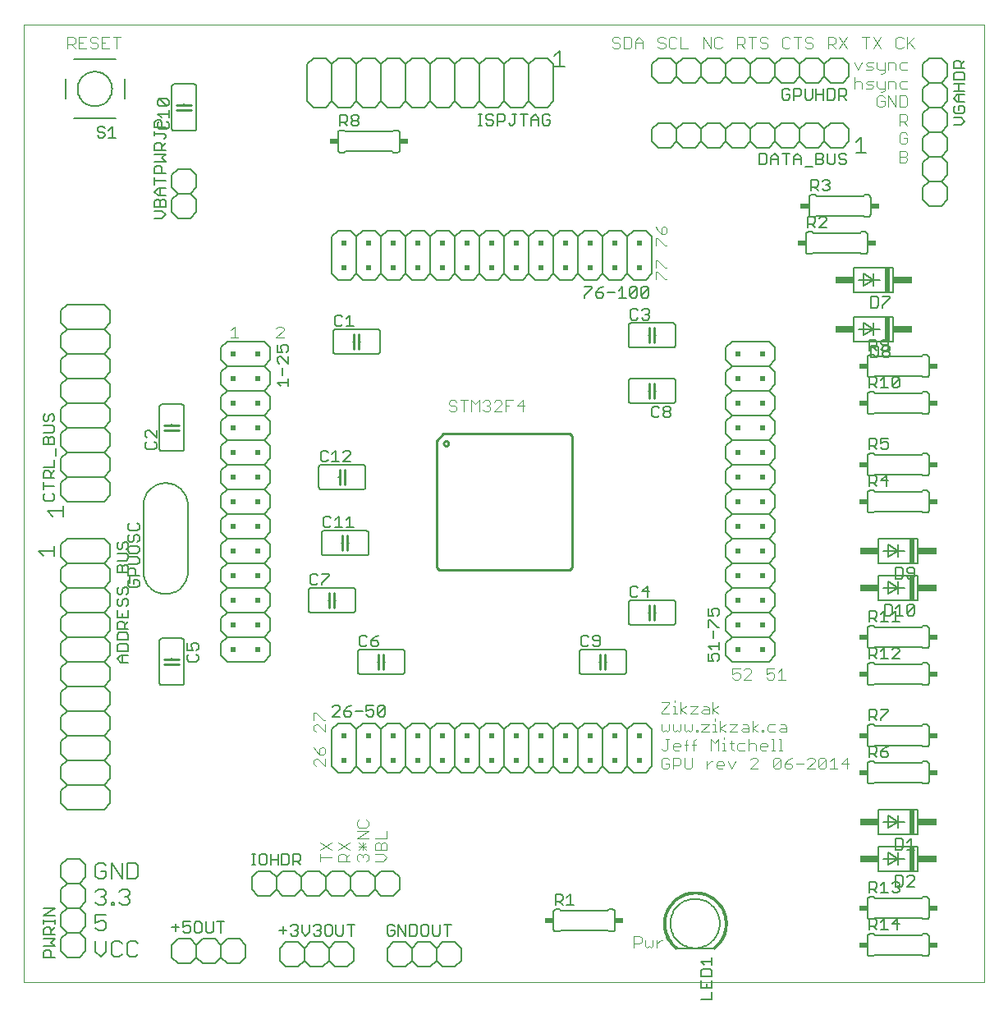
<source format=gto>
G75*
G70*
%OFA0B0*%
%FSLAX24Y24*%
%IPPOS*%
%LPD*%
%AMOC8*
5,1,8,0,0,1.08239X$1,22.5*
%
%ADD10C,0.0000*%
%ADD11C,0.0060*%
%ADD12C,0.0040*%
%ADD13C,0.0050*%
%ADD14C,0.0100*%
%ADD15C,0.0080*%
%ADD16C,0.0010*%
%ADD17R,0.0340X0.0240*%
%ADD18R,0.0200X0.0200*%
%ADD19R,0.0200X0.1000*%
%ADD20R,0.0750X0.0300*%
D10*
X000160Y000930D02*
X000160Y039800D01*
X039152Y039800D01*
X039152Y000930D01*
X000160Y000930D01*
D11*
X001660Y002180D02*
X001660Y002680D01*
X001910Y002930D01*
X001660Y003180D01*
X001660Y003680D01*
X001910Y003930D01*
X002410Y003930D01*
X002660Y003680D01*
X002660Y003180D01*
X002410Y002930D01*
X002660Y002680D01*
X002660Y002180D01*
X002410Y001930D01*
X001910Y001930D01*
X001660Y002180D01*
X001910Y002930D02*
X002410Y002930D01*
X003065Y003117D02*
X003172Y003010D01*
X003385Y003010D01*
X003492Y003117D01*
X003492Y003331D01*
X003385Y003437D01*
X003279Y003437D01*
X003065Y003331D01*
X003065Y003651D01*
X003492Y003651D01*
X003385Y004060D02*
X003172Y004060D01*
X003065Y004167D01*
X003279Y004381D02*
X003385Y004381D01*
X003492Y004274D01*
X003492Y004167D01*
X003385Y004060D01*
X003385Y004381D02*
X003492Y004487D01*
X003492Y004594D01*
X003385Y004701D01*
X003172Y004701D01*
X003065Y004594D01*
X002660Y004680D02*
X002660Y004180D01*
X002410Y003930D01*
X001910Y003930D02*
X001660Y004180D01*
X001660Y004680D01*
X001910Y004930D01*
X001660Y005180D01*
X001660Y005680D01*
X001910Y005930D01*
X002410Y005930D01*
X002660Y005680D01*
X002660Y005180D01*
X002410Y004930D01*
X002660Y004680D01*
X002410Y004930D02*
X001910Y004930D01*
X003065Y005217D02*
X003172Y005110D01*
X003385Y005110D01*
X003492Y005217D01*
X003492Y005431D01*
X003279Y005431D01*
X003492Y005644D02*
X003385Y005751D01*
X003172Y005751D01*
X003065Y005644D01*
X003065Y005217D01*
X003710Y005110D02*
X003710Y005751D01*
X004137Y005110D01*
X004137Y005751D01*
X004354Y005751D02*
X004674Y005751D01*
X004781Y005644D01*
X004781Y005217D01*
X004674Y005110D01*
X004354Y005110D01*
X004354Y005751D01*
X004352Y004701D02*
X004139Y004701D01*
X004032Y004594D01*
X004245Y004381D02*
X004352Y004381D01*
X004459Y004274D01*
X004459Y004167D01*
X004352Y004060D01*
X004139Y004060D01*
X004032Y004167D01*
X003816Y004167D02*
X003816Y004060D01*
X003710Y004060D01*
X003710Y004167D01*
X003816Y004167D01*
X004352Y004381D02*
X004459Y004487D01*
X004459Y004594D01*
X004352Y004701D01*
X004461Y002601D02*
X004354Y002494D01*
X004354Y002067D01*
X004461Y001960D01*
X004674Y001960D01*
X004781Y002067D01*
X004781Y002494D02*
X004674Y002601D01*
X004461Y002601D01*
X004137Y002494D02*
X004030Y002601D01*
X003816Y002601D01*
X003710Y002494D01*
X003710Y002067D01*
X003816Y001960D01*
X004030Y001960D01*
X004137Y002067D01*
X003492Y002174D02*
X003279Y001960D01*
X003065Y002174D01*
X003065Y002601D01*
X003492Y002601D02*
X003492Y002174D01*
X006160Y001930D02*
X006410Y001680D01*
X006910Y001680D01*
X007160Y001930D01*
X007410Y001680D01*
X007910Y001680D01*
X008160Y001930D01*
X008410Y001680D01*
X008910Y001680D01*
X009160Y001930D01*
X009160Y002430D01*
X008910Y002680D01*
X008410Y002680D01*
X008160Y002430D01*
X008160Y001930D01*
X008160Y002430D02*
X007910Y002680D01*
X007410Y002680D01*
X007160Y002430D01*
X007160Y001930D01*
X007160Y002430D02*
X006910Y002680D01*
X006410Y002680D01*
X006160Y002430D01*
X006160Y001930D01*
X009410Y004680D02*
X009410Y005180D01*
X009660Y005430D01*
X010160Y005430D01*
X010410Y005180D01*
X010660Y005430D01*
X011160Y005430D01*
X011410Y005180D01*
X011410Y004680D01*
X011160Y004430D01*
X010660Y004430D01*
X010410Y004680D01*
X010160Y004430D01*
X009660Y004430D01*
X009410Y004680D01*
X010410Y004680D02*
X010410Y005180D01*
X011410Y005180D02*
X011660Y005430D01*
X012160Y005430D01*
X012410Y005180D01*
X012660Y005430D01*
X013160Y005430D01*
X013410Y005180D01*
X013660Y005430D01*
X014160Y005430D01*
X014410Y005180D01*
X014660Y005430D01*
X015160Y005430D01*
X015410Y005180D01*
X015410Y004680D01*
X015160Y004430D01*
X014660Y004430D01*
X014410Y004680D01*
X014160Y004430D01*
X013660Y004430D01*
X013410Y004680D01*
X013160Y004430D01*
X012660Y004430D01*
X012410Y004680D01*
X012160Y004430D01*
X011660Y004430D01*
X011410Y004680D01*
X012410Y004680D02*
X012410Y005180D01*
X013410Y005180D02*
X013410Y004680D01*
X014410Y004680D02*
X014410Y005180D01*
X015160Y002555D02*
X014910Y002305D01*
X014910Y001805D01*
X015160Y001555D01*
X015660Y001555D01*
X015910Y001805D01*
X016160Y001555D01*
X016660Y001555D01*
X016910Y001805D01*
X017160Y001555D01*
X017660Y001555D01*
X017910Y001805D01*
X017910Y002305D01*
X017660Y002555D01*
X017160Y002555D01*
X016910Y002305D01*
X016910Y001805D01*
X016910Y002305D02*
X016660Y002555D01*
X016160Y002555D01*
X015910Y002305D01*
X015910Y001805D01*
X015910Y002305D02*
X015660Y002555D01*
X015160Y002555D01*
X013535Y002305D02*
X013535Y001805D01*
X013285Y001555D01*
X012785Y001555D01*
X012535Y001805D01*
X012285Y001555D01*
X011785Y001555D01*
X011535Y001805D01*
X011285Y001555D01*
X010785Y001555D01*
X010535Y001805D01*
X010535Y002305D01*
X010785Y002555D01*
X011285Y002555D01*
X011535Y002305D01*
X011785Y002555D01*
X012285Y002555D01*
X012535Y002305D01*
X012785Y002555D01*
X013285Y002555D01*
X013535Y002305D01*
X012535Y002305D02*
X012535Y001805D01*
X011535Y001805D02*
X011535Y002305D01*
X012910Y009430D02*
X013410Y009430D01*
X013660Y009680D01*
X013660Y011180D01*
X013910Y011430D01*
X014410Y011430D01*
X014660Y011180D01*
X014660Y009680D01*
X014910Y009430D01*
X015410Y009430D01*
X015660Y009680D01*
X015660Y011180D01*
X015910Y011430D01*
X016410Y011430D01*
X016660Y011180D01*
X016660Y009680D01*
X016910Y009430D01*
X017410Y009430D01*
X017660Y009680D01*
X017660Y011180D01*
X017910Y011430D01*
X018410Y011430D01*
X018660Y011180D01*
X018660Y009680D01*
X018910Y009430D01*
X019410Y009430D01*
X019660Y009680D01*
X019660Y011180D01*
X019910Y011430D01*
X020410Y011430D01*
X020660Y011180D01*
X020660Y009680D01*
X020410Y009430D01*
X019910Y009430D01*
X019660Y009680D01*
X020660Y009680D02*
X020910Y009430D01*
X021410Y009430D01*
X021660Y009680D01*
X021660Y011180D01*
X021910Y011430D01*
X022410Y011430D01*
X022660Y011180D01*
X022660Y009680D01*
X022410Y009430D01*
X021910Y009430D01*
X021660Y009680D01*
X022660Y009680D02*
X022910Y009430D01*
X023410Y009430D01*
X023660Y009680D01*
X023660Y011180D01*
X023910Y011430D01*
X024410Y011430D01*
X024660Y011180D01*
X024910Y011430D01*
X025410Y011430D01*
X025660Y011180D01*
X025660Y009680D01*
X025410Y009430D01*
X024910Y009430D01*
X024660Y009680D01*
X024660Y011180D01*
X023660Y011180D02*
X023410Y011430D01*
X022910Y011430D01*
X022660Y011180D01*
X021660Y011180D02*
X021410Y011430D01*
X020910Y011430D01*
X020660Y011180D01*
X019660Y011180D02*
X019410Y011430D01*
X018910Y011430D01*
X018660Y011180D01*
X017660Y011180D02*
X017410Y011430D01*
X016910Y011430D01*
X016660Y011180D01*
X015660Y011180D02*
X015410Y011430D01*
X014910Y011430D01*
X014660Y011180D01*
X013660Y011180D02*
X013410Y011430D01*
X012910Y011430D01*
X012660Y011180D01*
X012660Y009680D01*
X012910Y009430D01*
X013660Y009680D02*
X013910Y009430D01*
X014410Y009430D01*
X014660Y009680D01*
X015660Y009680D02*
X015910Y009430D01*
X016410Y009430D01*
X016660Y009680D01*
X017660Y009680D02*
X017910Y009430D01*
X018410Y009430D01*
X018660Y009680D01*
X015510Y013430D02*
X013810Y013430D01*
X013793Y013432D01*
X013776Y013436D01*
X013760Y013443D01*
X013746Y013453D01*
X013733Y013466D01*
X013723Y013480D01*
X013716Y013496D01*
X013712Y013513D01*
X013710Y013530D01*
X013710Y014330D01*
X013712Y014347D01*
X013716Y014364D01*
X013723Y014380D01*
X013733Y014394D01*
X013746Y014407D01*
X013760Y014417D01*
X013776Y014424D01*
X013793Y014428D01*
X013810Y014430D01*
X015510Y014430D01*
X015527Y014428D01*
X015544Y014424D01*
X015560Y014417D01*
X015574Y014407D01*
X015587Y014394D01*
X015597Y014380D01*
X015604Y014364D01*
X015608Y014347D01*
X015610Y014330D01*
X015610Y013530D01*
X015608Y013513D01*
X015604Y013496D01*
X015597Y013480D01*
X015587Y013466D01*
X015574Y013453D01*
X015560Y013443D01*
X015544Y013436D01*
X015527Y013432D01*
X015510Y013430D01*
X014810Y013930D02*
X014760Y013930D01*
X014560Y013930D02*
X014510Y013930D01*
X013510Y015930D02*
X011810Y015930D01*
X011793Y015932D01*
X011776Y015936D01*
X011760Y015943D01*
X011746Y015953D01*
X011733Y015966D01*
X011723Y015980D01*
X011716Y015996D01*
X011712Y016013D01*
X011710Y016030D01*
X011710Y016830D01*
X011712Y016847D01*
X011716Y016864D01*
X011723Y016880D01*
X011733Y016894D01*
X011746Y016907D01*
X011760Y016917D01*
X011776Y016924D01*
X011793Y016928D01*
X011810Y016930D01*
X013510Y016930D01*
X013527Y016928D01*
X013544Y016924D01*
X013560Y016917D01*
X013574Y016907D01*
X013587Y016894D01*
X013597Y016880D01*
X013604Y016864D01*
X013608Y016847D01*
X013610Y016830D01*
X013610Y016030D01*
X013608Y016013D01*
X013604Y015996D01*
X013597Y015980D01*
X013587Y015966D01*
X013574Y015953D01*
X013560Y015943D01*
X013544Y015936D01*
X013527Y015932D01*
X013510Y015930D01*
X012810Y016430D02*
X012760Y016430D01*
X012560Y016430D02*
X012510Y016430D01*
X012350Y018250D02*
X014050Y018250D01*
X014067Y018252D01*
X014084Y018256D01*
X014100Y018263D01*
X014114Y018273D01*
X014127Y018286D01*
X014137Y018300D01*
X014144Y018316D01*
X014148Y018333D01*
X014150Y018350D01*
X014150Y019150D01*
X014148Y019167D01*
X014144Y019184D01*
X014137Y019200D01*
X014127Y019214D01*
X014114Y019227D01*
X014100Y019237D01*
X014084Y019244D01*
X014067Y019248D01*
X014050Y019250D01*
X012350Y019250D01*
X012333Y019248D01*
X012316Y019244D01*
X012300Y019237D01*
X012286Y019227D01*
X012273Y019214D01*
X012263Y019200D01*
X012256Y019184D01*
X012252Y019167D01*
X012250Y019150D01*
X012250Y018350D01*
X012252Y018333D01*
X012256Y018316D01*
X012263Y018300D01*
X012273Y018286D01*
X012286Y018273D01*
X012300Y018263D01*
X012316Y018256D01*
X012333Y018252D01*
X012350Y018250D01*
X013050Y018750D02*
X013100Y018750D01*
X013300Y018750D02*
X013350Y018750D01*
X013930Y020930D02*
X012230Y020930D01*
X012213Y020932D01*
X012196Y020936D01*
X012180Y020943D01*
X012166Y020953D01*
X012153Y020966D01*
X012143Y020980D01*
X012136Y020996D01*
X012132Y021013D01*
X012130Y021030D01*
X012130Y021830D01*
X012132Y021847D01*
X012136Y021864D01*
X012143Y021880D01*
X012153Y021894D01*
X012166Y021907D01*
X012180Y021917D01*
X012196Y021924D01*
X012213Y021928D01*
X012230Y021930D01*
X013930Y021930D01*
X013947Y021928D01*
X013964Y021924D01*
X013980Y021917D01*
X013994Y021907D01*
X014007Y021894D01*
X014017Y021880D01*
X014024Y021864D01*
X014028Y021847D01*
X014030Y021830D01*
X014030Y021030D01*
X014028Y021013D01*
X014024Y020996D01*
X014017Y020980D01*
X014007Y020966D01*
X013994Y020953D01*
X013980Y020943D01*
X013964Y020936D01*
X013947Y020932D01*
X013930Y020930D01*
X013230Y021430D02*
X013180Y021430D01*
X012980Y021430D02*
X012930Y021430D01*
X010160Y021180D02*
X009910Y020930D01*
X008410Y020930D01*
X008160Y020680D01*
X008160Y020180D01*
X008410Y019930D01*
X009910Y019930D01*
X010160Y019680D01*
X010160Y019180D01*
X009910Y018930D01*
X008410Y018930D01*
X008160Y019180D01*
X008160Y019680D01*
X008410Y019930D01*
X008410Y018930D02*
X008160Y018680D01*
X008160Y018180D01*
X008410Y017930D01*
X009910Y017930D01*
X010160Y017680D01*
X010160Y017180D01*
X009910Y016930D01*
X008410Y016930D01*
X008160Y017180D01*
X008160Y017680D01*
X008410Y017930D01*
X008410Y016930D02*
X008160Y016680D01*
X008160Y016180D01*
X008410Y015930D01*
X009910Y015930D01*
X010160Y015680D01*
X010160Y015180D01*
X009910Y014930D01*
X010160Y014680D01*
X010160Y014180D01*
X009910Y013930D01*
X008410Y013930D01*
X008160Y014180D01*
X008160Y014680D01*
X008410Y014930D01*
X009910Y014930D01*
X009910Y015930D02*
X010160Y016180D01*
X010160Y016680D01*
X009910Y016930D01*
X009910Y017930D02*
X010160Y018180D01*
X010160Y018680D01*
X009910Y018930D01*
X009910Y019930D02*
X010160Y020180D01*
X010160Y020680D01*
X009910Y020930D01*
X010160Y021180D02*
X010160Y021680D01*
X009910Y021930D01*
X008410Y021930D01*
X008160Y021680D01*
X008160Y021180D01*
X008410Y020930D01*
X008410Y021930D02*
X008160Y022180D01*
X008160Y022680D01*
X008410Y022930D01*
X009910Y022930D01*
X010160Y022680D01*
X010160Y022180D01*
X009910Y021930D01*
X009910Y022930D02*
X010160Y023180D01*
X010160Y023680D01*
X009910Y023930D01*
X008410Y023930D01*
X008160Y023680D01*
X008160Y023180D01*
X008410Y022930D01*
X008410Y023930D02*
X008160Y024180D01*
X008160Y024680D01*
X008410Y024930D01*
X009910Y024930D01*
X010160Y024680D01*
X010160Y024180D01*
X009910Y023930D01*
X009910Y024930D02*
X010160Y025180D01*
X010160Y025680D01*
X009910Y025930D01*
X008410Y025930D01*
X008160Y025680D01*
X008160Y025180D01*
X008410Y024930D01*
X008410Y025930D02*
X008160Y026180D01*
X008160Y026680D01*
X008410Y026930D01*
X009910Y026930D01*
X010160Y026680D01*
X010160Y026180D01*
X009910Y025930D01*
X012710Y026530D02*
X012710Y027330D01*
X012712Y027347D01*
X012716Y027364D01*
X012723Y027380D01*
X012733Y027394D01*
X012746Y027407D01*
X012760Y027417D01*
X012776Y027424D01*
X012793Y027428D01*
X012810Y027430D01*
X014510Y027430D01*
X014527Y027428D01*
X014544Y027424D01*
X014560Y027417D01*
X014574Y027407D01*
X014587Y027394D01*
X014597Y027380D01*
X014604Y027364D01*
X014608Y027347D01*
X014610Y027330D01*
X014610Y026530D01*
X014608Y026513D01*
X014604Y026496D01*
X014597Y026480D01*
X014587Y026466D01*
X014574Y026453D01*
X014560Y026443D01*
X014544Y026436D01*
X014527Y026432D01*
X014510Y026430D01*
X012810Y026430D01*
X012793Y026432D01*
X012776Y026436D01*
X012760Y026443D01*
X012746Y026453D01*
X012733Y026466D01*
X012723Y026480D01*
X012716Y026496D01*
X012712Y026513D01*
X012710Y026530D01*
X013510Y026930D02*
X013560Y026930D01*
X013760Y026930D02*
X013810Y026930D01*
X013910Y029430D02*
X013660Y029680D01*
X013410Y029430D01*
X012910Y029430D01*
X012660Y029680D01*
X012660Y031180D01*
X012910Y031430D01*
X013410Y031430D01*
X013660Y031180D01*
X013660Y029680D01*
X013910Y029430D02*
X014410Y029430D01*
X014660Y029680D01*
X014660Y031180D01*
X014910Y031430D01*
X015410Y031430D01*
X015660Y031180D01*
X015660Y029680D01*
X015410Y029430D01*
X014910Y029430D01*
X014660Y029680D01*
X015660Y029680D02*
X015910Y029430D01*
X016410Y029430D01*
X016660Y029680D01*
X016660Y031180D01*
X016910Y031430D01*
X017410Y031430D01*
X017660Y031180D01*
X017660Y029680D01*
X017410Y029430D01*
X016910Y029430D01*
X016660Y029680D01*
X017660Y029680D02*
X017910Y029430D01*
X018410Y029430D01*
X018660Y029680D01*
X018660Y031180D01*
X018910Y031430D01*
X019410Y031430D01*
X019660Y031180D01*
X019660Y029680D01*
X019410Y029430D01*
X018910Y029430D01*
X018660Y029680D01*
X019660Y029680D02*
X019910Y029430D01*
X020410Y029430D01*
X020660Y029680D01*
X020660Y031180D01*
X020410Y031430D01*
X019910Y031430D01*
X019660Y031180D01*
X020660Y031180D02*
X020910Y031430D01*
X021410Y031430D01*
X021660Y031180D01*
X021660Y029680D01*
X021410Y029430D01*
X020910Y029430D01*
X020660Y029680D01*
X021660Y029680D02*
X021910Y029430D01*
X022410Y029430D01*
X022660Y029680D01*
X022660Y031180D01*
X022410Y031430D01*
X021910Y031430D01*
X021660Y031180D01*
X022660Y031180D02*
X022910Y031430D01*
X023410Y031430D01*
X023660Y031180D01*
X023660Y029680D01*
X023410Y029430D01*
X022910Y029430D01*
X022660Y029680D01*
X023660Y029680D02*
X023910Y029430D01*
X024410Y029430D01*
X024660Y029680D01*
X024660Y031180D01*
X024410Y031430D01*
X023910Y031430D01*
X023660Y031180D01*
X024660Y031180D02*
X024910Y031430D01*
X025410Y031430D01*
X025660Y031180D01*
X025660Y029680D01*
X025410Y029430D01*
X024910Y029430D01*
X024660Y029680D01*
X024810Y027680D02*
X026510Y027680D01*
X026527Y027678D01*
X026544Y027674D01*
X026560Y027667D01*
X026574Y027657D01*
X026587Y027644D01*
X026597Y027630D01*
X026604Y027614D01*
X026608Y027597D01*
X026610Y027580D01*
X026610Y026780D01*
X026608Y026763D01*
X026604Y026746D01*
X026597Y026730D01*
X026587Y026716D01*
X026574Y026703D01*
X026560Y026693D01*
X026544Y026686D01*
X026527Y026682D01*
X026510Y026680D01*
X024810Y026680D01*
X024793Y026682D01*
X024776Y026686D01*
X024760Y026693D01*
X024746Y026703D01*
X024733Y026716D01*
X024723Y026730D01*
X024716Y026746D01*
X024712Y026763D01*
X024710Y026780D01*
X024710Y027580D01*
X024712Y027597D01*
X024716Y027614D01*
X024723Y027630D01*
X024733Y027644D01*
X024746Y027657D01*
X024760Y027667D01*
X024776Y027674D01*
X024793Y027678D01*
X024810Y027680D01*
X025510Y027180D02*
X025560Y027180D01*
X025760Y027180D02*
X025810Y027180D01*
X026510Y025430D02*
X024810Y025430D01*
X024793Y025428D01*
X024776Y025424D01*
X024760Y025417D01*
X024746Y025407D01*
X024733Y025394D01*
X024723Y025380D01*
X024716Y025364D01*
X024712Y025347D01*
X024710Y025330D01*
X024710Y024530D01*
X024712Y024513D01*
X024716Y024496D01*
X024723Y024480D01*
X024733Y024466D01*
X024746Y024453D01*
X024760Y024443D01*
X024776Y024436D01*
X024793Y024432D01*
X024810Y024430D01*
X026510Y024430D01*
X026527Y024432D01*
X026544Y024436D01*
X026560Y024443D01*
X026574Y024453D01*
X026587Y024466D01*
X026597Y024480D01*
X026604Y024496D01*
X026608Y024513D01*
X026610Y024530D01*
X026610Y025330D01*
X026608Y025347D01*
X026604Y025364D01*
X026597Y025380D01*
X026587Y025394D01*
X026574Y025407D01*
X026560Y025417D01*
X026544Y025424D01*
X026527Y025428D01*
X026510Y025430D01*
X025810Y024930D02*
X025760Y024930D01*
X025560Y024930D02*
X025510Y024930D01*
X028660Y024680D02*
X028660Y024180D01*
X028910Y023930D01*
X030410Y023930D01*
X030660Y023680D01*
X030660Y023180D01*
X030410Y022930D01*
X028910Y022930D01*
X028660Y023180D01*
X028660Y023680D01*
X028910Y023930D01*
X028660Y024680D02*
X028910Y024930D01*
X030410Y024930D01*
X030660Y024680D01*
X030660Y024180D01*
X030410Y023930D01*
X030410Y022930D02*
X030660Y022680D01*
X030660Y022180D01*
X030410Y021930D01*
X028910Y021930D01*
X028660Y022180D01*
X028660Y022680D01*
X028910Y022930D01*
X028910Y021930D02*
X028660Y021680D01*
X028660Y021180D01*
X028910Y020930D01*
X030410Y020930D01*
X030660Y020680D01*
X030660Y020180D01*
X030410Y019930D01*
X028910Y019930D01*
X028660Y020180D01*
X028660Y020680D01*
X028910Y020930D01*
X028910Y019930D02*
X028660Y019680D01*
X028660Y019180D01*
X028910Y018930D01*
X030410Y018930D01*
X030660Y019180D01*
X030660Y019680D01*
X030410Y019930D01*
X030410Y018930D02*
X030660Y018680D01*
X030660Y018180D01*
X030410Y017930D01*
X028910Y017930D01*
X028660Y018180D01*
X028660Y018680D01*
X028910Y018930D01*
X028910Y017930D02*
X028660Y017680D01*
X028660Y017180D01*
X028910Y016930D01*
X030410Y016930D01*
X030660Y017180D01*
X030660Y017680D01*
X030410Y017930D01*
X030410Y016930D02*
X030660Y016680D01*
X030660Y016180D01*
X030410Y015930D01*
X028910Y015930D01*
X028660Y016180D01*
X028660Y016680D01*
X028910Y016930D01*
X028910Y015930D02*
X028660Y015680D01*
X028660Y015180D01*
X028910Y014930D01*
X030410Y014930D01*
X030660Y015180D01*
X030660Y015680D01*
X030410Y015930D01*
X030410Y014930D02*
X030660Y014680D01*
X030660Y014180D01*
X030410Y013930D01*
X028910Y013930D01*
X028660Y014180D01*
X028660Y014680D01*
X028910Y014930D01*
X026610Y015530D02*
X026610Y016330D01*
X026608Y016347D01*
X026604Y016364D01*
X026597Y016380D01*
X026587Y016394D01*
X026574Y016407D01*
X026560Y016417D01*
X026544Y016424D01*
X026527Y016428D01*
X026510Y016430D01*
X024810Y016430D01*
X024793Y016428D01*
X024776Y016424D01*
X024760Y016417D01*
X024746Y016407D01*
X024733Y016394D01*
X024723Y016380D01*
X024716Y016364D01*
X024712Y016347D01*
X024710Y016330D01*
X024710Y015530D01*
X024712Y015513D01*
X024716Y015496D01*
X024723Y015480D01*
X024733Y015466D01*
X024746Y015453D01*
X024760Y015443D01*
X024776Y015436D01*
X024793Y015432D01*
X024810Y015430D01*
X026510Y015430D01*
X026527Y015432D01*
X026544Y015436D01*
X026560Y015443D01*
X026574Y015453D01*
X026587Y015466D01*
X026597Y015480D01*
X026604Y015496D01*
X026608Y015513D01*
X026610Y015530D01*
X025810Y015930D02*
X025760Y015930D01*
X025560Y015930D02*
X025510Y015930D01*
X024510Y014430D02*
X022810Y014430D01*
X022793Y014428D01*
X022776Y014424D01*
X022760Y014417D01*
X022746Y014407D01*
X022733Y014394D01*
X022723Y014380D01*
X022716Y014364D01*
X022712Y014347D01*
X022710Y014330D01*
X022710Y013530D01*
X022712Y013513D01*
X022716Y013496D01*
X022723Y013480D01*
X022733Y013466D01*
X022746Y013453D01*
X022760Y013443D01*
X022776Y013436D01*
X022793Y013432D01*
X022810Y013430D01*
X024510Y013430D01*
X024527Y013432D01*
X024544Y013436D01*
X024560Y013443D01*
X024574Y013453D01*
X024587Y013466D01*
X024597Y013480D01*
X024604Y013496D01*
X024608Y013513D01*
X024610Y013530D01*
X024610Y014330D01*
X024608Y014347D01*
X024604Y014364D01*
X024597Y014380D01*
X024587Y014394D01*
X024574Y014407D01*
X024560Y014417D01*
X024544Y014424D01*
X024527Y014428D01*
X024510Y014430D01*
X023810Y013930D02*
X023760Y013930D01*
X023560Y013930D02*
X023510Y013930D01*
X023660Y009680D02*
X023910Y009430D01*
X024410Y009430D01*
X024660Y009680D01*
X024060Y003880D02*
X023910Y003880D01*
X023860Y003830D01*
X021960Y003830D01*
X021910Y003880D01*
X021760Y003880D01*
X021743Y003878D01*
X021726Y003874D01*
X021710Y003867D01*
X021696Y003857D01*
X021683Y003844D01*
X021673Y003830D01*
X021666Y003814D01*
X021662Y003797D01*
X021660Y003780D01*
X021660Y003080D01*
X021662Y003063D01*
X021666Y003046D01*
X021673Y003030D01*
X021683Y003016D01*
X021696Y003003D01*
X021710Y002993D01*
X021726Y002986D01*
X021743Y002982D01*
X021760Y002980D01*
X021910Y002980D01*
X021960Y003030D01*
X023860Y003030D01*
X023910Y002980D01*
X024060Y002980D01*
X024077Y002982D01*
X024094Y002986D01*
X024110Y002993D01*
X024124Y003003D01*
X024137Y003016D01*
X024147Y003030D01*
X024154Y003046D01*
X024158Y003063D01*
X024160Y003080D01*
X024160Y003780D01*
X024158Y003797D01*
X024154Y003814D01*
X024147Y003830D01*
X024137Y003844D01*
X024124Y003857D01*
X024110Y003867D01*
X024094Y003874D01*
X024077Y003878D01*
X024060Y003880D01*
X026410Y003305D02*
X026412Y003368D01*
X026418Y003430D01*
X026428Y003492D01*
X026441Y003554D01*
X026459Y003614D01*
X026480Y003673D01*
X026505Y003731D01*
X026534Y003787D01*
X026566Y003841D01*
X026601Y003893D01*
X026639Y003942D01*
X026681Y003990D01*
X026725Y004034D01*
X026773Y004076D01*
X026822Y004114D01*
X026874Y004149D01*
X026928Y004181D01*
X026984Y004210D01*
X027042Y004235D01*
X027101Y004256D01*
X027161Y004274D01*
X027223Y004287D01*
X027285Y004297D01*
X027347Y004303D01*
X027410Y004305D01*
X027473Y004303D01*
X027535Y004297D01*
X027597Y004287D01*
X027659Y004274D01*
X027719Y004256D01*
X027778Y004235D01*
X027836Y004210D01*
X027892Y004181D01*
X027946Y004149D01*
X027998Y004114D01*
X028047Y004076D01*
X028095Y004034D01*
X028139Y003990D01*
X028181Y003942D01*
X028219Y003893D01*
X028254Y003841D01*
X028286Y003787D01*
X028315Y003731D01*
X028340Y003673D01*
X028361Y003614D01*
X028379Y003554D01*
X028392Y003492D01*
X028402Y003430D01*
X028408Y003368D01*
X028410Y003305D01*
X028408Y003242D01*
X028402Y003180D01*
X028392Y003118D01*
X028379Y003056D01*
X028361Y002996D01*
X028340Y002937D01*
X028315Y002879D01*
X028286Y002823D01*
X028254Y002769D01*
X028219Y002717D01*
X028181Y002668D01*
X028139Y002620D01*
X028095Y002576D01*
X028047Y002534D01*
X027998Y002496D01*
X027946Y002461D01*
X027892Y002429D01*
X027836Y002400D01*
X027778Y002375D01*
X027719Y002354D01*
X027659Y002336D01*
X027597Y002323D01*
X027535Y002313D01*
X027473Y002307D01*
X027410Y002305D01*
X027347Y002307D01*
X027285Y002313D01*
X027223Y002323D01*
X027161Y002336D01*
X027101Y002354D01*
X027042Y002375D01*
X026984Y002400D01*
X026928Y002429D01*
X026874Y002461D01*
X026822Y002496D01*
X026773Y002534D01*
X026725Y002576D01*
X026681Y002620D01*
X026639Y002668D01*
X026601Y002717D01*
X026566Y002769D01*
X026534Y002823D01*
X026505Y002879D01*
X026480Y002937D01*
X026459Y002996D01*
X026441Y003056D01*
X026428Y003118D01*
X026418Y003180D01*
X026412Y003242D01*
X026410Y003305D01*
X034410Y003580D02*
X034410Y004280D01*
X034412Y004297D01*
X034416Y004314D01*
X034423Y004330D01*
X034433Y004344D01*
X034446Y004357D01*
X034460Y004367D01*
X034476Y004374D01*
X034493Y004378D01*
X034510Y004380D01*
X034660Y004380D01*
X034710Y004330D01*
X036610Y004330D01*
X036660Y004380D01*
X036810Y004380D01*
X036827Y004378D01*
X036844Y004374D01*
X036860Y004367D01*
X036874Y004357D01*
X036887Y004344D01*
X036897Y004330D01*
X036904Y004314D01*
X036908Y004297D01*
X036910Y004280D01*
X036910Y003580D01*
X036908Y003563D01*
X036904Y003546D01*
X036897Y003530D01*
X036887Y003516D01*
X036874Y003503D01*
X036860Y003493D01*
X036844Y003486D01*
X036827Y003482D01*
X036810Y003480D01*
X036660Y003480D01*
X036610Y003530D01*
X034710Y003530D01*
X034660Y003480D01*
X034510Y003480D01*
X034493Y003482D01*
X034476Y003486D01*
X034460Y003493D01*
X034446Y003503D01*
X034433Y003516D01*
X034423Y003530D01*
X034416Y003546D01*
X034412Y003563D01*
X034410Y003580D01*
X034510Y002880D02*
X034660Y002880D01*
X034710Y002830D01*
X036610Y002830D01*
X036660Y002880D01*
X036810Y002880D01*
X036827Y002878D01*
X036844Y002874D01*
X036860Y002867D01*
X036874Y002857D01*
X036887Y002844D01*
X036897Y002830D01*
X036904Y002814D01*
X036908Y002797D01*
X036910Y002780D01*
X036910Y002080D01*
X036908Y002063D01*
X036904Y002046D01*
X036897Y002030D01*
X036887Y002016D01*
X036874Y002003D01*
X036860Y001993D01*
X036844Y001986D01*
X036827Y001982D01*
X036810Y001980D01*
X036660Y001980D01*
X036610Y002030D01*
X034710Y002030D01*
X034660Y001980D01*
X034510Y001980D01*
X034493Y001982D01*
X034476Y001986D01*
X034460Y001993D01*
X034446Y002003D01*
X034433Y002016D01*
X034423Y002030D01*
X034416Y002046D01*
X034412Y002063D01*
X034410Y002080D01*
X034410Y002780D01*
X034412Y002797D01*
X034416Y002814D01*
X034423Y002830D01*
X034433Y002844D01*
X034446Y002857D01*
X034460Y002867D01*
X034476Y002874D01*
X034493Y002878D01*
X034510Y002880D01*
X034860Y005430D02*
X036460Y005430D01*
X036460Y006430D01*
X034860Y006430D01*
X034860Y005430D01*
X035260Y005680D02*
X035660Y005930D01*
X035660Y006180D01*
X035660Y005930D02*
X035060Y005930D01*
X035260Y005680D02*
X035260Y006180D01*
X035660Y005930D01*
X035660Y005680D01*
X035660Y005930D02*
X035910Y005930D01*
X036460Y006930D02*
X034860Y006930D01*
X034860Y007930D01*
X036460Y007930D01*
X036460Y006930D01*
X035910Y007430D02*
X035660Y007430D01*
X035660Y007680D01*
X035660Y007430D02*
X035060Y007430D01*
X035260Y007180D02*
X035660Y007430D01*
X035660Y007180D01*
X035660Y007430D02*
X035260Y007680D01*
X035260Y007180D01*
X034660Y008980D02*
X034510Y008980D01*
X034493Y008982D01*
X034476Y008986D01*
X034460Y008993D01*
X034446Y009003D01*
X034433Y009016D01*
X034423Y009030D01*
X034416Y009046D01*
X034412Y009063D01*
X034410Y009080D01*
X034410Y009780D01*
X034412Y009797D01*
X034416Y009814D01*
X034423Y009830D01*
X034433Y009844D01*
X034446Y009857D01*
X034460Y009867D01*
X034476Y009874D01*
X034493Y009878D01*
X034510Y009880D01*
X034660Y009880D01*
X034710Y009830D01*
X036610Y009830D01*
X036660Y009880D01*
X036810Y009880D01*
X036827Y009878D01*
X036844Y009874D01*
X036860Y009867D01*
X036874Y009857D01*
X036887Y009844D01*
X036897Y009830D01*
X036904Y009814D01*
X036908Y009797D01*
X036910Y009780D01*
X036910Y009080D01*
X036908Y009063D01*
X036904Y009046D01*
X036897Y009030D01*
X036887Y009016D01*
X036874Y009003D01*
X036860Y008993D01*
X036844Y008986D01*
X036827Y008982D01*
X036810Y008980D01*
X036660Y008980D01*
X036610Y009030D01*
X034710Y009030D01*
X034660Y008980D01*
X034660Y010480D02*
X034510Y010480D01*
X034493Y010482D01*
X034476Y010486D01*
X034460Y010493D01*
X034446Y010503D01*
X034433Y010516D01*
X034423Y010530D01*
X034416Y010546D01*
X034412Y010563D01*
X034410Y010580D01*
X034410Y011280D01*
X034412Y011297D01*
X034416Y011314D01*
X034423Y011330D01*
X034433Y011344D01*
X034446Y011357D01*
X034460Y011367D01*
X034476Y011374D01*
X034493Y011378D01*
X034510Y011380D01*
X034660Y011380D01*
X034710Y011330D01*
X036610Y011330D01*
X036660Y011380D01*
X036810Y011380D01*
X036827Y011378D01*
X036844Y011374D01*
X036860Y011367D01*
X036874Y011357D01*
X036887Y011344D01*
X036897Y011330D01*
X036904Y011314D01*
X036908Y011297D01*
X036910Y011280D01*
X036910Y010580D01*
X036908Y010563D01*
X036904Y010546D01*
X036897Y010530D01*
X036887Y010516D01*
X036874Y010503D01*
X036860Y010493D01*
X036844Y010486D01*
X036827Y010482D01*
X036810Y010480D01*
X036660Y010480D01*
X036610Y010530D01*
X034710Y010530D01*
X034660Y010480D01*
X034660Y012980D02*
X034510Y012980D01*
X034493Y012982D01*
X034476Y012986D01*
X034460Y012993D01*
X034446Y013003D01*
X034433Y013016D01*
X034423Y013030D01*
X034416Y013046D01*
X034412Y013063D01*
X034410Y013080D01*
X034410Y013780D01*
X034412Y013797D01*
X034416Y013814D01*
X034423Y013830D01*
X034433Y013844D01*
X034446Y013857D01*
X034460Y013867D01*
X034476Y013874D01*
X034493Y013878D01*
X034510Y013880D01*
X034660Y013880D01*
X034710Y013830D01*
X036610Y013830D01*
X036660Y013880D01*
X036810Y013880D01*
X036827Y013878D01*
X036844Y013874D01*
X036860Y013867D01*
X036874Y013857D01*
X036887Y013844D01*
X036897Y013830D01*
X036904Y013814D01*
X036908Y013797D01*
X036910Y013780D01*
X036910Y013080D01*
X036908Y013063D01*
X036904Y013046D01*
X036897Y013030D01*
X036887Y013016D01*
X036874Y013003D01*
X036860Y012993D01*
X036844Y012986D01*
X036827Y012982D01*
X036810Y012980D01*
X036660Y012980D01*
X036610Y013030D01*
X034710Y013030D01*
X034660Y012980D01*
X034660Y014480D02*
X034510Y014480D01*
X034493Y014482D01*
X034476Y014486D01*
X034460Y014493D01*
X034446Y014503D01*
X034433Y014516D01*
X034423Y014530D01*
X034416Y014546D01*
X034412Y014563D01*
X034410Y014580D01*
X034410Y015280D01*
X034412Y015297D01*
X034416Y015314D01*
X034423Y015330D01*
X034433Y015344D01*
X034446Y015357D01*
X034460Y015367D01*
X034476Y015374D01*
X034493Y015378D01*
X034510Y015380D01*
X034660Y015380D01*
X034710Y015330D01*
X036610Y015330D01*
X036660Y015380D01*
X036810Y015380D01*
X036827Y015378D01*
X036844Y015374D01*
X036860Y015367D01*
X036874Y015357D01*
X036887Y015344D01*
X036897Y015330D01*
X036904Y015314D01*
X036908Y015297D01*
X036910Y015280D01*
X036910Y014580D01*
X036908Y014563D01*
X036904Y014546D01*
X036897Y014530D01*
X036887Y014516D01*
X036874Y014503D01*
X036860Y014493D01*
X036844Y014486D01*
X036827Y014482D01*
X036810Y014480D01*
X036660Y014480D01*
X036610Y014530D01*
X034710Y014530D01*
X034660Y014480D01*
X034860Y016430D02*
X036460Y016430D01*
X036460Y017430D01*
X034860Y017430D01*
X034860Y016430D01*
X035260Y016680D02*
X035260Y017180D01*
X035660Y016930D01*
X035660Y017180D01*
X035660Y016930D02*
X035660Y016680D01*
X035660Y016930D02*
X035060Y016930D01*
X035260Y016680D02*
X035660Y016930D01*
X035910Y016930D01*
X036460Y017930D02*
X036460Y018930D01*
X034860Y018930D01*
X034860Y017930D01*
X036460Y017930D01*
X035910Y018430D02*
X035660Y018430D01*
X035660Y018680D01*
X035660Y018430D02*
X035660Y018180D01*
X035660Y018430D02*
X035060Y018430D01*
X035260Y018180D02*
X035260Y018680D01*
X035660Y018430D01*
X035260Y018180D01*
X034660Y019980D02*
X034510Y019980D01*
X034493Y019982D01*
X034476Y019986D01*
X034460Y019993D01*
X034446Y020003D01*
X034433Y020016D01*
X034423Y020030D01*
X034416Y020046D01*
X034412Y020063D01*
X034410Y020080D01*
X034410Y020780D01*
X034412Y020797D01*
X034416Y020814D01*
X034423Y020830D01*
X034433Y020844D01*
X034446Y020857D01*
X034460Y020867D01*
X034476Y020874D01*
X034493Y020878D01*
X034510Y020880D01*
X034660Y020880D01*
X034710Y020830D01*
X036610Y020830D01*
X036660Y020880D01*
X036810Y020880D01*
X036827Y020878D01*
X036844Y020874D01*
X036860Y020867D01*
X036874Y020857D01*
X036887Y020844D01*
X036897Y020830D01*
X036904Y020814D01*
X036908Y020797D01*
X036910Y020780D01*
X036910Y020080D01*
X036908Y020063D01*
X036904Y020046D01*
X036897Y020030D01*
X036887Y020016D01*
X036874Y020003D01*
X036860Y019993D01*
X036844Y019986D01*
X036827Y019982D01*
X036810Y019980D01*
X036660Y019980D01*
X036610Y020030D01*
X034710Y020030D01*
X034660Y019980D01*
X034660Y021480D02*
X034510Y021480D01*
X034493Y021482D01*
X034476Y021486D01*
X034460Y021493D01*
X034446Y021503D01*
X034433Y021516D01*
X034423Y021530D01*
X034416Y021546D01*
X034412Y021563D01*
X034410Y021580D01*
X034410Y022280D01*
X034412Y022297D01*
X034416Y022314D01*
X034423Y022330D01*
X034433Y022344D01*
X034446Y022357D01*
X034460Y022367D01*
X034476Y022374D01*
X034493Y022378D01*
X034510Y022380D01*
X034660Y022380D01*
X034710Y022330D01*
X036610Y022330D01*
X036660Y022380D01*
X036810Y022380D01*
X036827Y022378D01*
X036844Y022374D01*
X036860Y022367D01*
X036874Y022357D01*
X036887Y022344D01*
X036897Y022330D01*
X036904Y022314D01*
X036908Y022297D01*
X036910Y022280D01*
X036910Y021580D01*
X036908Y021563D01*
X036904Y021546D01*
X036897Y021530D01*
X036887Y021516D01*
X036874Y021503D01*
X036860Y021493D01*
X036844Y021486D01*
X036827Y021482D01*
X036810Y021480D01*
X036660Y021480D01*
X036610Y021530D01*
X034710Y021530D01*
X034660Y021480D01*
X034660Y023980D02*
X034510Y023980D01*
X034493Y023982D01*
X034476Y023986D01*
X034460Y023993D01*
X034446Y024003D01*
X034433Y024016D01*
X034423Y024030D01*
X034416Y024046D01*
X034412Y024063D01*
X034410Y024080D01*
X034410Y024780D01*
X034412Y024797D01*
X034416Y024814D01*
X034423Y024830D01*
X034433Y024844D01*
X034446Y024857D01*
X034460Y024867D01*
X034476Y024874D01*
X034493Y024878D01*
X034510Y024880D01*
X034660Y024880D01*
X034710Y024830D01*
X036610Y024830D01*
X036660Y024880D01*
X036810Y024880D01*
X036827Y024878D01*
X036844Y024874D01*
X036860Y024867D01*
X036874Y024857D01*
X036887Y024844D01*
X036897Y024830D01*
X036904Y024814D01*
X036908Y024797D01*
X036910Y024780D01*
X036910Y024080D01*
X036908Y024063D01*
X036904Y024046D01*
X036897Y024030D01*
X036887Y024016D01*
X036874Y024003D01*
X036860Y023993D01*
X036844Y023986D01*
X036827Y023982D01*
X036810Y023980D01*
X036660Y023980D01*
X036610Y024030D01*
X034710Y024030D01*
X034660Y023980D01*
X034660Y025480D02*
X034510Y025480D01*
X034493Y025482D01*
X034476Y025486D01*
X034460Y025493D01*
X034446Y025503D01*
X034433Y025516D01*
X034423Y025530D01*
X034416Y025546D01*
X034412Y025563D01*
X034410Y025580D01*
X034410Y026280D01*
X034412Y026297D01*
X034416Y026314D01*
X034423Y026330D01*
X034433Y026344D01*
X034446Y026357D01*
X034460Y026367D01*
X034476Y026374D01*
X034493Y026378D01*
X034510Y026380D01*
X034660Y026380D01*
X034710Y026330D01*
X036610Y026330D01*
X036660Y026380D01*
X036810Y026380D01*
X036827Y026378D01*
X036844Y026374D01*
X036860Y026367D01*
X036874Y026357D01*
X036887Y026344D01*
X036897Y026330D01*
X036904Y026314D01*
X036908Y026297D01*
X036910Y026280D01*
X036910Y025580D01*
X036908Y025563D01*
X036904Y025546D01*
X036897Y025530D01*
X036887Y025516D01*
X036874Y025503D01*
X036860Y025493D01*
X036844Y025486D01*
X036827Y025482D01*
X036810Y025480D01*
X036660Y025480D01*
X036610Y025530D01*
X034710Y025530D01*
X034660Y025480D01*
X035460Y026930D02*
X033860Y026930D01*
X033860Y027930D01*
X035460Y027930D01*
X035460Y026930D01*
X034910Y027430D02*
X034660Y027430D01*
X034660Y027680D01*
X034660Y027430D02*
X034260Y027180D01*
X034260Y027680D01*
X034660Y027430D01*
X034660Y027180D01*
X034660Y027430D02*
X034060Y027430D01*
X033860Y028930D02*
X035460Y028930D01*
X035460Y029930D01*
X033860Y029930D01*
X033860Y028930D01*
X034260Y029180D02*
X034660Y029430D01*
X034660Y029680D01*
X034660Y029430D02*
X034660Y029180D01*
X034660Y029430D02*
X034060Y029430D01*
X034260Y029180D02*
X034260Y029680D01*
X034660Y029430D01*
X034910Y029430D01*
X034310Y030480D02*
X034160Y030480D01*
X034110Y030530D01*
X032210Y030530D01*
X032160Y030480D01*
X032010Y030480D01*
X031993Y030482D01*
X031976Y030486D01*
X031960Y030493D01*
X031946Y030503D01*
X031933Y030516D01*
X031923Y030530D01*
X031916Y030546D01*
X031912Y030563D01*
X031910Y030580D01*
X031910Y031280D01*
X031912Y031297D01*
X031916Y031314D01*
X031923Y031330D01*
X031933Y031344D01*
X031946Y031357D01*
X031960Y031367D01*
X031976Y031374D01*
X031993Y031378D01*
X032010Y031380D01*
X032160Y031380D01*
X032210Y031330D01*
X034110Y031330D01*
X034160Y031380D01*
X034310Y031380D01*
X034327Y031378D01*
X034344Y031374D01*
X034360Y031367D01*
X034374Y031357D01*
X034387Y031344D01*
X034397Y031330D01*
X034404Y031314D01*
X034408Y031297D01*
X034410Y031280D01*
X034410Y030580D01*
X034408Y030563D01*
X034404Y030546D01*
X034397Y030530D01*
X034387Y030516D01*
X034374Y030503D01*
X034360Y030493D01*
X034344Y030486D01*
X034327Y030482D01*
X034310Y030480D01*
X034285Y031980D02*
X034435Y031980D01*
X034452Y031982D01*
X034469Y031986D01*
X034485Y031993D01*
X034499Y032003D01*
X034512Y032016D01*
X034522Y032030D01*
X034529Y032046D01*
X034533Y032063D01*
X034535Y032080D01*
X034535Y032780D01*
X034533Y032797D01*
X034529Y032814D01*
X034522Y032830D01*
X034512Y032844D01*
X034499Y032857D01*
X034485Y032867D01*
X034469Y032874D01*
X034452Y032878D01*
X034435Y032880D01*
X034285Y032880D01*
X034235Y032830D01*
X032335Y032830D01*
X032285Y032880D01*
X032135Y032880D01*
X032118Y032878D01*
X032101Y032874D01*
X032085Y032867D01*
X032071Y032857D01*
X032058Y032844D01*
X032048Y032830D01*
X032041Y032814D01*
X032037Y032797D01*
X032035Y032780D01*
X032035Y032080D01*
X032037Y032063D01*
X032041Y032046D01*
X032048Y032030D01*
X032058Y032016D01*
X032071Y032003D01*
X032085Y031993D01*
X032101Y031986D01*
X032118Y031982D01*
X032135Y031980D01*
X032285Y031980D01*
X032335Y032030D01*
X034235Y032030D01*
X034285Y031980D01*
X036660Y032680D02*
X036660Y033180D01*
X036910Y033430D01*
X036660Y033680D01*
X036660Y034180D01*
X036910Y034430D01*
X036660Y034680D01*
X036660Y035180D01*
X036910Y035430D01*
X036660Y035680D01*
X036660Y036180D01*
X036910Y036430D01*
X036660Y036680D01*
X036660Y037180D01*
X036910Y037430D01*
X036660Y037680D01*
X036660Y038180D01*
X036910Y038430D01*
X037410Y038430D01*
X037660Y038180D01*
X037660Y037680D01*
X037410Y037430D01*
X037660Y037180D01*
X037660Y036680D01*
X037410Y036430D01*
X036910Y036430D01*
X037410Y036430D02*
X037660Y036180D01*
X037660Y035680D01*
X037410Y035430D01*
X037660Y035180D01*
X037660Y034680D01*
X037410Y034430D01*
X037660Y034180D01*
X037660Y033680D01*
X037410Y033430D01*
X037660Y033180D01*
X037660Y032680D01*
X037410Y032430D01*
X036910Y032430D01*
X036660Y032680D01*
X036910Y033430D02*
X037410Y033430D01*
X037410Y034430D02*
X036910Y034430D01*
X036910Y035430D02*
X037410Y035430D01*
X037410Y037430D02*
X036910Y037430D01*
X034154Y035226D02*
X034154Y034585D01*
X034367Y034585D02*
X033940Y034585D01*
X033940Y035012D02*
X034154Y035226D01*
X033660Y035055D02*
X033410Y034805D01*
X032910Y034805D01*
X032660Y035055D01*
X032410Y034805D01*
X031910Y034805D01*
X031660Y035055D01*
X031660Y035555D01*
X031910Y035805D01*
X032410Y035805D01*
X032660Y035555D01*
X032910Y035805D01*
X033410Y035805D01*
X033660Y035555D01*
X033660Y035055D01*
X032660Y035055D02*
X032660Y035555D01*
X031660Y035555D02*
X031410Y035805D01*
X030910Y035805D01*
X030660Y035555D01*
X030410Y035805D01*
X029910Y035805D01*
X029660Y035555D01*
X029410Y035805D01*
X028910Y035805D01*
X028660Y035555D01*
X028660Y035055D01*
X028910Y034805D01*
X029410Y034805D01*
X029660Y035055D01*
X029660Y035555D01*
X029660Y035055D02*
X029910Y034805D01*
X030410Y034805D01*
X030660Y035055D01*
X030660Y035555D01*
X030660Y035055D02*
X030910Y034805D01*
X031410Y034805D01*
X031660Y035055D01*
X031410Y037430D02*
X030910Y037430D01*
X030660Y037680D01*
X030410Y037430D01*
X029910Y037430D01*
X029660Y037680D01*
X029410Y037430D01*
X028910Y037430D01*
X028660Y037680D01*
X028660Y038180D01*
X028910Y038430D01*
X029410Y038430D01*
X029660Y038180D01*
X029910Y038430D01*
X030410Y038430D01*
X030660Y038180D01*
X030910Y038430D01*
X031410Y038430D01*
X031660Y038180D01*
X031910Y038430D01*
X032410Y038430D01*
X032660Y038180D01*
X032910Y038430D01*
X033410Y038430D01*
X033660Y038180D01*
X033660Y037680D01*
X033410Y037430D01*
X032910Y037430D01*
X032660Y037680D01*
X032410Y037430D01*
X031910Y037430D01*
X031660Y037680D01*
X031660Y038180D01*
X031660Y037680D02*
X031410Y037430D01*
X030660Y037680D02*
X030660Y038180D01*
X029660Y038180D02*
X029660Y037680D01*
X028660Y037680D02*
X028410Y037430D01*
X027910Y037430D01*
X027660Y037680D01*
X027410Y037430D01*
X026910Y037430D01*
X026660Y037680D01*
X026410Y037430D01*
X025910Y037430D01*
X025660Y037680D01*
X025660Y038180D01*
X025910Y038430D01*
X026410Y038430D01*
X026660Y038180D01*
X026910Y038430D01*
X027410Y038430D01*
X027660Y038180D01*
X027910Y038430D01*
X028410Y038430D01*
X028660Y038180D01*
X027660Y038180D02*
X027660Y037680D01*
X026660Y037680D02*
X026660Y038180D01*
X026410Y035805D02*
X025910Y035805D01*
X025660Y035555D01*
X025660Y035055D01*
X025910Y034805D01*
X026410Y034805D01*
X026660Y035055D01*
X026660Y035555D01*
X026410Y035805D01*
X026660Y035555D02*
X026910Y035805D01*
X027410Y035805D01*
X027660Y035555D01*
X027910Y035805D01*
X028410Y035805D01*
X028660Y035555D01*
X028660Y035055D02*
X028410Y034805D01*
X027910Y034805D01*
X027660Y035055D01*
X027410Y034805D01*
X026910Y034805D01*
X026660Y035055D01*
X027660Y035055D02*
X027660Y035555D01*
X032660Y037680D02*
X032660Y038180D01*
X022117Y038085D02*
X021690Y038085D01*
X021660Y038180D02*
X021660Y036680D01*
X021410Y036430D01*
X020910Y036430D01*
X020660Y036680D01*
X020660Y038180D01*
X020410Y038430D01*
X019910Y038430D01*
X019660Y038180D01*
X019660Y036680D01*
X019410Y036430D01*
X018910Y036430D01*
X018660Y036680D01*
X018660Y038180D01*
X018410Y038430D01*
X017910Y038430D01*
X017660Y038180D01*
X017660Y036680D01*
X017410Y036430D01*
X016910Y036430D01*
X016660Y036680D01*
X016660Y038180D01*
X016410Y038430D01*
X015910Y038430D01*
X015660Y038180D01*
X015660Y036680D01*
X015410Y036430D01*
X014910Y036430D01*
X014660Y036680D01*
X014660Y038180D01*
X014910Y038430D01*
X015410Y038430D01*
X015660Y038180D01*
X014660Y038180D02*
X014410Y038430D01*
X013910Y038430D01*
X013660Y038180D01*
X013660Y036680D01*
X013410Y036430D01*
X012910Y036430D01*
X012660Y036680D01*
X012410Y036430D01*
X011910Y036430D01*
X011660Y036680D01*
X011660Y038180D01*
X011910Y038430D01*
X012410Y038430D01*
X012660Y038180D01*
X012660Y036680D01*
X013660Y036680D02*
X013910Y036430D01*
X014410Y036430D01*
X014660Y036680D01*
X015660Y036680D02*
X015910Y036430D01*
X016410Y036430D01*
X016660Y036680D01*
X017660Y036680D02*
X017910Y036430D01*
X018410Y036430D01*
X018660Y036680D01*
X019660Y036680D02*
X019910Y036430D01*
X020410Y036430D01*
X020660Y036680D01*
X020660Y038180D02*
X020910Y038430D01*
X021410Y038430D01*
X021660Y038180D01*
X021904Y038085D02*
X021904Y038726D01*
X021690Y038512D01*
X019660Y038180D02*
X019410Y038430D01*
X018910Y038430D01*
X018660Y038180D01*
X017660Y038180D02*
X017410Y038430D01*
X016910Y038430D01*
X016660Y038180D01*
X015310Y035505D02*
X015160Y035505D01*
X015110Y035455D01*
X013210Y035455D01*
X013160Y035505D01*
X013010Y035505D01*
X012993Y035503D01*
X012976Y035499D01*
X012960Y035492D01*
X012946Y035482D01*
X012933Y035469D01*
X012923Y035455D01*
X012916Y035439D01*
X012912Y035422D01*
X012910Y035405D01*
X012910Y034705D01*
X012912Y034688D01*
X012916Y034671D01*
X012923Y034655D01*
X012933Y034641D01*
X012946Y034628D01*
X012960Y034618D01*
X012976Y034611D01*
X012993Y034607D01*
X013010Y034605D01*
X013160Y034605D01*
X013210Y034655D01*
X015110Y034655D01*
X015160Y034605D01*
X015310Y034605D01*
X015327Y034607D01*
X015344Y034611D01*
X015360Y034618D01*
X015374Y034628D01*
X015387Y034641D01*
X015397Y034655D01*
X015404Y034671D01*
X015408Y034688D01*
X015410Y034705D01*
X015410Y035405D01*
X015408Y035422D01*
X015404Y035439D01*
X015397Y035455D01*
X015387Y035469D01*
X015374Y035482D01*
X015360Y035492D01*
X015344Y035499D01*
X015327Y035503D01*
X015310Y035505D01*
X013660Y038180D02*
X013410Y038430D01*
X012910Y038430D01*
X012660Y038180D01*
X007160Y037280D02*
X007160Y035580D01*
X007158Y035563D01*
X007154Y035546D01*
X007147Y035530D01*
X007137Y035516D01*
X007124Y035503D01*
X007110Y035493D01*
X007094Y035486D01*
X007077Y035482D01*
X007060Y035480D01*
X006260Y035480D01*
X006243Y035482D01*
X006226Y035486D01*
X006210Y035493D01*
X006196Y035503D01*
X006183Y035516D01*
X006173Y035530D01*
X006166Y035546D01*
X006162Y035563D01*
X006160Y035580D01*
X006160Y037280D01*
X006162Y037297D01*
X006166Y037314D01*
X006173Y037330D01*
X006183Y037344D01*
X006196Y037357D01*
X006210Y037367D01*
X006226Y037374D01*
X006243Y037378D01*
X006260Y037380D01*
X007060Y037380D01*
X007077Y037378D01*
X007094Y037374D01*
X007110Y037367D01*
X007124Y037357D01*
X007137Y037344D01*
X007147Y037330D01*
X007154Y037314D01*
X007158Y037297D01*
X007160Y037280D01*
X006660Y036580D02*
X006660Y036530D01*
X006660Y036330D02*
X006660Y036280D01*
X006410Y033930D02*
X006160Y033680D01*
X006160Y033180D01*
X006410Y032930D01*
X006910Y032930D01*
X007160Y033180D01*
X007160Y033680D01*
X006910Y033930D01*
X006410Y033930D01*
X006410Y032930D02*
X006160Y032680D01*
X006160Y032180D01*
X006410Y031930D01*
X006910Y031930D01*
X007160Y032180D01*
X007160Y032680D01*
X006910Y032930D01*
X003410Y028430D02*
X001910Y028430D01*
X001660Y028180D01*
X001660Y027680D01*
X001910Y027430D01*
X003410Y027430D01*
X003660Y027680D01*
X003660Y028180D01*
X003410Y028430D01*
X003410Y027430D02*
X003660Y027180D01*
X003660Y026680D01*
X003410Y026430D01*
X001910Y026430D01*
X001660Y026680D01*
X001660Y027180D01*
X001910Y027430D01*
X001910Y026430D02*
X001660Y026180D01*
X001660Y025680D01*
X001910Y025430D01*
X003410Y025430D01*
X003660Y025680D01*
X003660Y026180D01*
X003410Y026430D01*
X003410Y025430D02*
X003660Y025180D01*
X003660Y024680D01*
X003410Y024430D01*
X001910Y024430D01*
X001660Y024680D01*
X001660Y025180D01*
X001910Y025430D01*
X001910Y024430D02*
X001660Y024180D01*
X001660Y023680D01*
X001910Y023430D01*
X003410Y023430D01*
X003660Y023680D01*
X003660Y024180D01*
X003410Y024430D01*
X003410Y023430D02*
X003660Y023180D01*
X003660Y022680D01*
X003410Y022430D01*
X001910Y022430D01*
X001660Y022680D01*
X001660Y023180D01*
X001910Y023430D01*
X001910Y022430D02*
X001660Y022180D01*
X001660Y021680D01*
X001910Y021430D01*
X003410Y021430D01*
X003660Y021680D01*
X003660Y022180D01*
X003410Y022430D01*
X003410Y021430D02*
X003660Y021180D01*
X003660Y020680D01*
X003410Y020430D01*
X001910Y020430D01*
X001660Y020680D01*
X001660Y021180D01*
X001910Y021430D01*
X001755Y020262D02*
X001755Y019835D01*
X001755Y020049D02*
X001114Y020049D01*
X001328Y019835D01*
X001910Y018930D02*
X003410Y018930D01*
X003660Y018680D01*
X003660Y018180D01*
X003410Y017930D01*
X001910Y017930D01*
X001660Y017680D01*
X001660Y017180D01*
X001910Y016930D01*
X003410Y016930D01*
X003660Y016680D01*
X003660Y016180D01*
X003410Y015930D01*
X001910Y015930D01*
X001660Y015680D01*
X001660Y015180D01*
X001910Y014930D01*
X003410Y014930D01*
X003660Y014680D01*
X003660Y014180D01*
X003410Y013930D01*
X001910Y013930D01*
X001660Y013680D01*
X001660Y013180D01*
X001910Y012930D01*
X003410Y012930D01*
X003660Y012680D01*
X003660Y012180D01*
X003410Y011930D01*
X001910Y011930D01*
X001660Y012180D01*
X001660Y012680D01*
X001910Y012930D01*
X001910Y013930D02*
X001660Y014180D01*
X001660Y014680D01*
X001910Y014930D01*
X001910Y015930D02*
X001660Y016180D01*
X001660Y016680D01*
X001910Y016930D01*
X001910Y017930D02*
X001660Y018180D01*
X001660Y018680D01*
X001910Y018930D01*
X001380Y018637D02*
X001380Y018210D01*
X001380Y018424D02*
X000739Y018424D01*
X000953Y018210D01*
X003410Y017930D02*
X003660Y017680D01*
X003660Y017180D01*
X003410Y016930D01*
X003410Y015930D02*
X003660Y015680D01*
X003660Y015180D01*
X003410Y014930D01*
X003410Y013930D02*
X003660Y013680D01*
X003660Y013180D01*
X003410Y012930D01*
X003410Y011930D02*
X003660Y011680D01*
X003660Y011180D01*
X003410Y010930D01*
X001910Y010930D01*
X001660Y011180D01*
X001660Y011680D01*
X001910Y011930D01*
X001910Y010930D02*
X001660Y010680D01*
X001660Y010180D01*
X001910Y009930D01*
X003410Y009930D01*
X003660Y009680D01*
X003660Y009180D01*
X003410Y008930D01*
X003660Y008680D01*
X003660Y008180D01*
X003410Y007930D01*
X001910Y007930D01*
X001660Y008180D01*
X001660Y008680D01*
X001910Y008930D01*
X003410Y008930D01*
X003410Y009930D02*
X003660Y010180D01*
X003660Y010680D01*
X003410Y010930D01*
X001910Y009930D02*
X001660Y009680D01*
X001660Y009180D01*
X001910Y008930D01*
X005760Y012980D02*
X006560Y012980D01*
X006577Y012982D01*
X006594Y012986D01*
X006610Y012993D01*
X006624Y013003D01*
X006637Y013016D01*
X006647Y013030D01*
X006654Y013046D01*
X006658Y013063D01*
X006660Y013080D01*
X006660Y014780D01*
X006658Y014797D01*
X006654Y014814D01*
X006647Y014830D01*
X006637Y014844D01*
X006624Y014857D01*
X006610Y014867D01*
X006594Y014874D01*
X006577Y014878D01*
X006560Y014880D01*
X005760Y014880D01*
X005743Y014878D01*
X005726Y014874D01*
X005710Y014867D01*
X005696Y014857D01*
X005683Y014844D01*
X005673Y014830D01*
X005666Y014814D01*
X005662Y014797D01*
X005660Y014780D01*
X005660Y013080D01*
X005662Y013063D01*
X005666Y013046D01*
X005673Y013030D01*
X005683Y013016D01*
X005696Y013003D01*
X005710Y012993D01*
X005726Y012986D01*
X005743Y012982D01*
X005760Y012980D01*
X006160Y013780D02*
X006160Y013830D01*
X006160Y014030D02*
X006160Y014080D01*
X008160Y015180D02*
X008160Y015680D01*
X008410Y015930D01*
X008160Y015180D02*
X008410Y014930D01*
X006560Y022480D02*
X005760Y022480D01*
X005743Y022482D01*
X005726Y022486D01*
X005710Y022493D01*
X005696Y022503D01*
X005683Y022516D01*
X005673Y022530D01*
X005666Y022546D01*
X005662Y022563D01*
X005660Y022580D01*
X005660Y024280D01*
X005662Y024297D01*
X005666Y024314D01*
X005673Y024330D01*
X005683Y024344D01*
X005696Y024357D01*
X005710Y024367D01*
X005726Y024374D01*
X005743Y024378D01*
X005760Y024380D01*
X006560Y024380D01*
X006577Y024378D01*
X006594Y024374D01*
X006610Y024367D01*
X006624Y024357D01*
X006637Y024344D01*
X006647Y024330D01*
X006654Y024314D01*
X006658Y024297D01*
X006660Y024280D01*
X006660Y022580D01*
X006658Y022563D01*
X006654Y022546D01*
X006647Y022530D01*
X006637Y022516D01*
X006624Y022503D01*
X006610Y022493D01*
X006594Y022486D01*
X006577Y022482D01*
X006560Y022480D01*
X006160Y023280D02*
X006160Y023330D01*
X006160Y023530D02*
X006160Y023580D01*
X013660Y031180D02*
X013910Y031430D01*
X014410Y031430D01*
X014660Y031180D01*
X015660Y031180D02*
X015910Y031430D01*
X016410Y031430D01*
X016660Y031180D01*
X017660Y031180D02*
X017910Y031430D01*
X018410Y031430D01*
X018660Y031180D01*
X028660Y026680D02*
X028660Y026180D01*
X028910Y025930D01*
X030410Y025930D01*
X030660Y026180D01*
X030660Y026680D01*
X030410Y026930D01*
X028910Y026930D01*
X028660Y026680D01*
X028910Y025930D02*
X028660Y025680D01*
X028660Y025180D01*
X028910Y024930D01*
X030410Y024930D02*
X030660Y025180D01*
X030660Y025680D01*
X030410Y025930D01*
X030410Y021930D02*
X030660Y021680D01*
X030660Y021180D01*
X030410Y020930D01*
D12*
X030311Y013661D02*
X030311Y013431D01*
X030465Y013507D01*
X030541Y013507D01*
X030618Y013431D01*
X030618Y013277D01*
X030541Y013200D01*
X030388Y013200D01*
X030311Y013277D01*
X030311Y013661D02*
X030618Y013661D01*
X030772Y013507D02*
X030925Y013661D01*
X030925Y013200D01*
X030772Y013200D02*
X031078Y013200D01*
X029697Y013200D02*
X029390Y013200D01*
X029697Y013507D01*
X029697Y013584D01*
X029621Y013661D01*
X029467Y013661D01*
X029390Y013584D01*
X029237Y013661D02*
X028930Y013661D01*
X028930Y013431D01*
X029083Y013507D01*
X029160Y013507D01*
X029237Y013431D01*
X029237Y013277D01*
X029160Y013200D01*
X029007Y013200D01*
X028930Y013277D01*
X028127Y012286D02*
X028127Y011825D01*
X027973Y011825D02*
X027743Y011825D01*
X027666Y011902D01*
X027743Y011979D01*
X027973Y011979D01*
X027973Y012056D02*
X027973Y011825D01*
X028127Y011979D02*
X028357Y012132D01*
X028127Y011979D02*
X028357Y011825D01*
X028203Y011612D02*
X028203Y011536D01*
X028203Y011382D02*
X028203Y011075D01*
X028127Y011075D02*
X028280Y011075D01*
X028434Y011075D02*
X028434Y011536D01*
X028664Y011382D02*
X028434Y011229D01*
X028664Y011075D01*
X028817Y011075D02*
X029124Y011075D01*
X029278Y011152D02*
X029354Y011229D01*
X029585Y011229D01*
X029585Y011306D02*
X029585Y011075D01*
X029354Y011075D01*
X029278Y011152D01*
X029354Y011382D02*
X029508Y011382D01*
X029585Y011306D01*
X029738Y011229D02*
X029968Y011382D01*
X029738Y011229D02*
X029968Y011075D01*
X030122Y011075D02*
X030199Y011075D01*
X030199Y011152D01*
X030122Y011152D01*
X030122Y011075D01*
X030352Y011152D02*
X030352Y011306D01*
X030429Y011382D01*
X030659Y011382D01*
X030889Y011382D02*
X031043Y011382D01*
X031119Y011306D01*
X031119Y011075D01*
X030889Y011075D01*
X030812Y011152D01*
X030889Y011229D01*
X031119Y011229D01*
X030659Y011075D02*
X030429Y011075D01*
X030352Y011152D01*
X030505Y010786D02*
X030582Y010786D01*
X030582Y010325D01*
X030505Y010325D02*
X030659Y010325D01*
X030812Y010325D02*
X030966Y010325D01*
X030889Y010325D02*
X030889Y010786D01*
X030812Y010786D01*
X030352Y010556D02*
X030352Y010479D01*
X030045Y010479D01*
X030045Y010556D02*
X030122Y010632D01*
X030275Y010632D01*
X030352Y010556D01*
X030275Y010325D02*
X030122Y010325D01*
X030045Y010402D01*
X030045Y010556D01*
X029892Y010556D02*
X029892Y010325D01*
X029892Y010556D02*
X029815Y010632D01*
X029661Y010632D01*
X029585Y010556D01*
X029431Y010632D02*
X029201Y010632D01*
X029124Y010556D01*
X029124Y010402D01*
X029201Y010325D01*
X029431Y010325D01*
X029585Y010325D02*
X029585Y010786D01*
X029738Y011075D02*
X029738Y011536D01*
X029124Y011382D02*
X028817Y011075D01*
X028817Y011382D02*
X029124Y011382D01*
X028894Y010709D02*
X028894Y010402D01*
X028971Y010325D01*
X028664Y010325D02*
X028510Y010325D01*
X028587Y010325D02*
X028587Y010632D01*
X028510Y010632D01*
X028587Y010786D02*
X028587Y010862D01*
X028357Y010786D02*
X028203Y010632D01*
X028050Y010786D01*
X028050Y010325D01*
X028357Y010325D02*
X028357Y010786D01*
X027973Y011075D02*
X027666Y011075D01*
X027973Y011382D01*
X027666Y011382D01*
X027513Y011152D02*
X027513Y011075D01*
X027436Y011075D01*
X027436Y011152D01*
X027513Y011152D01*
X027283Y011152D02*
X027283Y011382D01*
X027283Y011152D02*
X027206Y011075D01*
X027129Y011152D01*
X027053Y011075D01*
X026976Y011152D01*
X026976Y011382D01*
X026822Y011382D02*
X026822Y011152D01*
X026746Y011075D01*
X026669Y011152D01*
X026592Y011075D01*
X026515Y011152D01*
X026515Y011382D01*
X026362Y011382D02*
X026362Y011152D01*
X026285Y011075D01*
X026208Y011152D01*
X026132Y011075D01*
X026055Y011152D01*
X026055Y011382D01*
X026055Y011825D02*
X026362Y011825D01*
X026515Y011825D02*
X026669Y011825D01*
X026592Y011825D02*
X026592Y012132D01*
X026515Y012132D01*
X026362Y012209D02*
X026055Y011902D01*
X026055Y011825D01*
X026055Y012286D02*
X026362Y012286D01*
X026362Y012209D01*
X026592Y012286D02*
X026592Y012362D01*
X026822Y012286D02*
X026822Y011825D01*
X026822Y011979D02*
X027053Y012132D01*
X027206Y012132D02*
X027513Y012132D01*
X027206Y011825D01*
X027513Y011825D01*
X027743Y012132D02*
X027897Y012132D01*
X027973Y012056D01*
X028127Y011382D02*
X028203Y011382D01*
X028817Y010632D02*
X028971Y010632D01*
X029048Y009882D02*
X028894Y009575D01*
X028741Y009882D01*
X028587Y009806D02*
X028587Y009729D01*
X028280Y009729D01*
X028280Y009806D02*
X028357Y009882D01*
X028510Y009882D01*
X028587Y009806D01*
X028510Y009575D02*
X028357Y009575D01*
X028280Y009652D01*
X028280Y009806D01*
X028127Y009882D02*
X028050Y009882D01*
X027897Y009729D01*
X027897Y009882D02*
X027897Y009575D01*
X027283Y009652D02*
X027283Y010036D01*
X027359Y010325D02*
X027359Y010709D01*
X027436Y010786D01*
X027436Y010556D02*
X027283Y010556D01*
X027129Y010556D02*
X026976Y010556D01*
X026822Y010556D02*
X026822Y010479D01*
X026515Y010479D01*
X026515Y010556D02*
X026592Y010632D01*
X026746Y010632D01*
X026822Y010556D01*
X026746Y010325D02*
X026592Y010325D01*
X026515Y010402D01*
X026515Y010556D01*
X026362Y010786D02*
X026208Y010786D01*
X026285Y010786D02*
X026285Y010402D01*
X026208Y010325D01*
X026132Y010325D01*
X026055Y010402D01*
X026132Y010036D02*
X026055Y009959D01*
X026055Y009652D01*
X026132Y009575D01*
X026285Y009575D01*
X026362Y009652D01*
X026362Y009806D01*
X026208Y009806D01*
X026362Y009959D02*
X026285Y010036D01*
X026132Y010036D01*
X026515Y010036D02*
X026746Y010036D01*
X026822Y009959D01*
X026822Y009806D01*
X026746Y009729D01*
X026515Y009729D01*
X026515Y009575D02*
X026515Y010036D01*
X026976Y010036D02*
X026976Y009652D01*
X027053Y009575D01*
X027206Y009575D01*
X027283Y009652D01*
X027053Y010325D02*
X027053Y010709D01*
X027129Y010786D01*
X027053Y011825D02*
X026822Y011979D01*
X029661Y009959D02*
X029738Y010036D01*
X029892Y010036D01*
X029968Y009959D01*
X029968Y009882D01*
X029661Y009575D01*
X029968Y009575D01*
X030582Y009652D02*
X030889Y009959D01*
X030889Y009652D01*
X030812Y009575D01*
X030659Y009575D01*
X030582Y009652D01*
X030582Y009959D01*
X030659Y010036D01*
X030812Y010036D01*
X030889Y009959D01*
X031043Y009806D02*
X031273Y009806D01*
X031350Y009729D01*
X031350Y009652D01*
X031273Y009575D01*
X031119Y009575D01*
X031043Y009652D01*
X031043Y009806D01*
X031196Y009959D01*
X031350Y010036D01*
X031503Y009806D02*
X031810Y009806D01*
X031963Y009959D02*
X032040Y010036D01*
X032194Y010036D01*
X032270Y009959D01*
X032270Y009882D01*
X031963Y009575D01*
X032270Y009575D01*
X032424Y009652D02*
X032500Y009575D01*
X032654Y009575D01*
X032731Y009652D01*
X032731Y009959D01*
X032424Y009652D01*
X032424Y009959D01*
X032500Y010036D01*
X032654Y010036D01*
X032731Y009959D01*
X032884Y009882D02*
X033038Y010036D01*
X033038Y009575D01*
X033191Y009575D02*
X032884Y009575D01*
X033345Y009806D02*
X033651Y009806D01*
X033575Y010036D02*
X033575Y009575D01*
X033345Y009806D02*
X033575Y010036D01*
X026081Y002632D02*
X026004Y002632D01*
X025851Y002479D01*
X025851Y002632D02*
X025851Y002325D01*
X025697Y002402D02*
X025621Y002325D01*
X025544Y002402D01*
X025467Y002325D01*
X025390Y002402D01*
X025390Y002632D01*
X025237Y002556D02*
X025160Y002479D01*
X024930Y002479D01*
X024930Y002325D02*
X024930Y002786D01*
X025160Y002786D01*
X025237Y002709D01*
X025237Y002556D01*
X025697Y002632D02*
X025697Y002402D01*
X014890Y005979D02*
X014737Y006132D01*
X014430Y006132D01*
X014430Y006286D02*
X014430Y006516D01*
X014506Y006593D01*
X014583Y006593D01*
X014660Y006516D01*
X014660Y006286D01*
X014660Y006516D02*
X014737Y006593D01*
X014813Y006593D01*
X014890Y006516D01*
X014890Y006286D01*
X014430Y006286D01*
X014063Y006286D02*
X013756Y006593D01*
X013756Y006439D02*
X014063Y006439D01*
X014063Y006593D02*
X013756Y006286D01*
X013756Y006132D02*
X013833Y006132D01*
X013910Y006056D01*
X013987Y006132D01*
X014063Y006132D01*
X014140Y006056D01*
X014140Y005902D01*
X014063Y005825D01*
X013910Y005979D02*
X013910Y006056D01*
X013756Y006132D02*
X013680Y006056D01*
X013680Y005902D01*
X013756Y005825D01*
X013390Y005825D02*
X012930Y005825D01*
X012930Y006056D01*
X013006Y006132D01*
X013160Y006132D01*
X013237Y006056D01*
X013237Y005825D01*
X013237Y005979D02*
X013390Y006132D01*
X013390Y006286D02*
X012930Y006593D01*
X012640Y006593D02*
X012180Y006286D01*
X012180Y006132D02*
X012180Y005825D01*
X012180Y005979D02*
X012640Y005979D01*
X012640Y006286D02*
X012180Y006593D01*
X012930Y006286D02*
X013390Y006593D01*
X013680Y006746D02*
X014140Y007053D01*
X013680Y007053D01*
X013756Y007207D02*
X014063Y007207D01*
X014140Y007283D01*
X014140Y007437D01*
X014063Y007513D01*
X013756Y007513D02*
X013680Y007437D01*
X013680Y007283D01*
X013756Y007207D01*
X013680Y006746D02*
X014140Y006746D01*
X013910Y006593D02*
X013910Y006286D01*
X014430Y006746D02*
X014890Y006746D01*
X014890Y007053D01*
X014890Y005979D02*
X014737Y005825D01*
X014430Y005825D01*
X012390Y009700D02*
X012083Y010007D01*
X012006Y010007D01*
X011930Y009931D01*
X011930Y009777D01*
X012006Y009700D01*
X012390Y009700D02*
X012390Y010007D01*
X012313Y010161D02*
X012390Y010237D01*
X012390Y010391D01*
X012313Y010468D01*
X012237Y010468D01*
X012160Y010391D01*
X012160Y010161D01*
X012313Y010161D01*
X012160Y010161D02*
X012006Y010314D01*
X011930Y010468D01*
X012006Y011082D02*
X011930Y011158D01*
X011930Y011312D01*
X012006Y011388D01*
X012083Y011388D01*
X012390Y011082D01*
X012390Y011388D01*
X012390Y011542D02*
X012313Y011542D01*
X012006Y011849D01*
X011930Y011849D01*
X011930Y011542D01*
X017489Y024090D02*
X017412Y024167D01*
X017489Y024090D02*
X017642Y024090D01*
X017719Y024167D01*
X017719Y024244D01*
X017642Y024320D01*
X017489Y024320D01*
X017412Y024397D01*
X017412Y024474D01*
X017489Y024551D01*
X017642Y024551D01*
X017719Y024474D01*
X017873Y024551D02*
X018180Y024551D01*
X018333Y024551D02*
X018487Y024397D01*
X018640Y024551D01*
X018640Y024090D01*
X018793Y024167D02*
X018870Y024090D01*
X019024Y024090D01*
X019100Y024167D01*
X019100Y024244D01*
X019024Y024320D01*
X018947Y024320D01*
X019024Y024320D02*
X019100Y024397D01*
X019100Y024474D01*
X019024Y024551D01*
X018870Y024551D01*
X018793Y024474D01*
X019254Y024474D02*
X019331Y024551D01*
X019484Y024551D01*
X019561Y024474D01*
X019561Y024397D01*
X019254Y024090D01*
X019561Y024090D01*
X019714Y024090D02*
X019714Y024551D01*
X020021Y024551D01*
X019868Y024320D02*
X019714Y024320D01*
X020175Y024320D02*
X020405Y024551D01*
X020405Y024090D01*
X020482Y024320D02*
X020175Y024320D01*
X018333Y024090D02*
X018333Y024551D01*
X018026Y024551D02*
X018026Y024090D01*
X010703Y027075D02*
X010397Y027075D01*
X010703Y027382D01*
X010703Y027459D01*
X010627Y027536D01*
X010473Y027536D01*
X010397Y027459D01*
X008862Y027075D02*
X008555Y027075D01*
X008708Y027075D02*
X008708Y027536D01*
X008555Y027382D01*
X003925Y038825D02*
X003925Y039286D01*
X003772Y039286D02*
X004078Y039286D01*
X003618Y039286D02*
X003311Y039286D01*
X003311Y038825D01*
X003618Y038825D01*
X003465Y039056D02*
X003311Y039056D01*
X003158Y038979D02*
X003158Y038902D01*
X003081Y038825D01*
X002928Y038825D01*
X002851Y038902D01*
X002928Y039056D02*
X003081Y039056D01*
X003158Y038979D01*
X003158Y039209D02*
X003081Y039286D01*
X002928Y039286D01*
X002851Y039209D01*
X002851Y039132D01*
X002928Y039056D01*
X002697Y039286D02*
X002390Y039286D01*
X002390Y038825D01*
X002697Y038825D01*
X002544Y039056D02*
X002390Y039056D01*
X002237Y039056D02*
X002237Y039209D01*
X002160Y039286D01*
X001930Y039286D01*
X001930Y038825D01*
X001930Y038979D02*
X002160Y038979D01*
X002237Y039056D01*
X002083Y038979D02*
X002237Y038825D01*
X024055Y038902D02*
X024132Y038825D01*
X024285Y038825D01*
X024362Y038902D01*
X024362Y038979D01*
X024285Y039056D01*
X024132Y039056D01*
X024055Y039132D01*
X024055Y039209D01*
X024132Y039286D01*
X024285Y039286D01*
X024362Y039209D01*
X024515Y039286D02*
X024515Y038825D01*
X024746Y038825D01*
X024822Y038902D01*
X024822Y039209D01*
X024746Y039286D01*
X024515Y039286D01*
X024976Y039132D02*
X025129Y039286D01*
X025283Y039132D01*
X025283Y038825D01*
X025283Y039056D02*
X024976Y039056D01*
X024976Y039132D02*
X024976Y038825D01*
X025897Y038902D02*
X025973Y038825D01*
X026127Y038825D01*
X026203Y038902D01*
X026203Y038979D01*
X026127Y039056D01*
X025973Y039056D01*
X025897Y039132D01*
X025897Y039209D01*
X025973Y039286D01*
X026127Y039286D01*
X026203Y039209D01*
X026357Y039209D02*
X026357Y038902D01*
X026434Y038825D01*
X026587Y038825D01*
X026664Y038902D01*
X026817Y038825D02*
X026817Y039286D01*
X026664Y039209D02*
X026587Y039286D01*
X026434Y039286D01*
X026357Y039209D01*
X026817Y038825D02*
X027124Y038825D01*
X027738Y038825D02*
X027738Y039286D01*
X028045Y038825D01*
X028045Y039286D01*
X028199Y039209D02*
X028199Y038902D01*
X028275Y038825D01*
X028429Y038825D01*
X028505Y038902D01*
X028505Y039209D02*
X028429Y039286D01*
X028275Y039286D01*
X028199Y039209D01*
X029119Y039286D02*
X029119Y038825D01*
X029119Y038979D02*
X029350Y038979D01*
X029426Y039056D01*
X029426Y039209D01*
X029350Y039286D01*
X029119Y039286D01*
X029273Y038979D02*
X029426Y038825D01*
X029733Y038825D02*
X029733Y039286D01*
X029580Y039286D02*
X029887Y039286D01*
X030040Y039209D02*
X030040Y039132D01*
X030117Y039056D01*
X030270Y039056D01*
X030347Y038979D01*
X030347Y038902D01*
X030270Y038825D01*
X030117Y038825D01*
X030040Y038902D01*
X030040Y039209D02*
X030117Y039286D01*
X030270Y039286D01*
X030347Y039209D01*
X030961Y039209D02*
X030961Y038902D01*
X031038Y038825D01*
X031191Y038825D01*
X031268Y038902D01*
X031268Y039209D02*
X031191Y039286D01*
X031038Y039286D01*
X030961Y039209D01*
X031421Y039286D02*
X031728Y039286D01*
X031575Y039286D02*
X031575Y038825D01*
X031882Y038902D02*
X031958Y038825D01*
X032112Y038825D01*
X032189Y038902D01*
X032189Y038979D01*
X032112Y039056D01*
X031958Y039056D01*
X031882Y039132D01*
X031882Y039209D01*
X031958Y039286D01*
X032112Y039286D01*
X032189Y039209D01*
X032802Y039286D02*
X032802Y038825D01*
X032802Y038979D02*
X033033Y038979D01*
X033109Y039056D01*
X033109Y039209D01*
X033033Y039286D01*
X032802Y039286D01*
X032956Y038979D02*
X033109Y038825D01*
X033263Y038825D02*
X033570Y039286D01*
X033263Y039286D02*
X033570Y038825D01*
X034184Y039286D02*
X034491Y039286D01*
X034644Y039286D02*
X034951Y038825D01*
X034644Y038825D02*
X034951Y039286D01*
X034337Y039286D02*
X034337Y038825D01*
X034415Y038257D02*
X034645Y038257D01*
X034799Y038257D02*
X034799Y038027D01*
X034876Y037950D01*
X035106Y037950D01*
X035106Y037874D02*
X035029Y037797D01*
X034952Y037797D01*
X035106Y037874D02*
X035106Y038257D01*
X035259Y038257D02*
X035489Y038257D01*
X035566Y038181D01*
X035566Y037950D01*
X035720Y038027D02*
X035796Y037950D01*
X036027Y037950D01*
X036027Y038257D02*
X035796Y038257D01*
X035720Y038181D01*
X035720Y038027D01*
X035259Y037950D02*
X035259Y038257D01*
X034645Y038027D02*
X034569Y038104D01*
X034415Y038104D01*
X034338Y038181D01*
X034415Y038257D01*
X034185Y038257D02*
X034031Y037950D01*
X033878Y038257D01*
X034338Y037950D02*
X034569Y037950D01*
X034645Y038027D01*
X034645Y037507D02*
X034415Y037507D01*
X034338Y037431D01*
X034415Y037354D01*
X034569Y037354D01*
X034645Y037277D01*
X034569Y037200D01*
X034338Y037200D01*
X034185Y037200D02*
X034185Y037431D01*
X034108Y037507D01*
X033955Y037507D01*
X033878Y037431D01*
X033878Y037661D02*
X033878Y037200D01*
X034799Y037277D02*
X034876Y037200D01*
X035106Y037200D01*
X035106Y037124D02*
X035106Y037507D01*
X035259Y037507D02*
X035489Y037507D01*
X035566Y037431D01*
X035566Y037200D01*
X035720Y037277D02*
X035796Y037200D01*
X036027Y037200D01*
X035950Y036911D02*
X035720Y036911D01*
X035720Y036450D01*
X035950Y036450D01*
X036027Y036527D01*
X036027Y036834D01*
X035950Y036911D01*
X035566Y036911D02*
X035566Y036450D01*
X035259Y036911D01*
X035259Y036450D01*
X035106Y036527D02*
X035106Y036681D01*
X034952Y036681D01*
X034799Y036834D02*
X034799Y036527D01*
X034876Y036450D01*
X035029Y036450D01*
X035106Y036527D01*
X035106Y036834D02*
X035029Y036911D01*
X034876Y036911D01*
X034799Y036834D01*
X034952Y037047D02*
X035029Y037047D01*
X035106Y037124D01*
X035259Y037200D02*
X035259Y037507D01*
X034799Y037507D02*
X034799Y037277D01*
X035720Y037277D02*
X035720Y037431D01*
X035796Y037507D01*
X036027Y037507D01*
X035950Y036161D02*
X035720Y036161D01*
X035720Y035700D01*
X035720Y035854D02*
X035950Y035854D01*
X036027Y035931D01*
X036027Y036084D01*
X035950Y036161D01*
X035873Y035854D02*
X036027Y035700D01*
X035950Y035411D02*
X035796Y035411D01*
X035720Y035334D01*
X035720Y035027D01*
X035796Y034950D01*
X035950Y034950D01*
X036027Y035027D01*
X036027Y035181D01*
X035873Y035181D01*
X036027Y035334D02*
X035950Y035411D01*
X035950Y034661D02*
X035720Y034661D01*
X035720Y034200D01*
X035950Y034200D01*
X036027Y034277D01*
X036027Y034354D01*
X035950Y034431D01*
X035720Y034431D01*
X035950Y034431D02*
X036027Y034507D01*
X036027Y034584D01*
X035950Y034661D01*
X036025Y038825D02*
X036025Y039286D01*
X035872Y039209D02*
X035795Y039286D01*
X035642Y039286D01*
X035565Y039209D01*
X035565Y038902D01*
X035642Y038825D01*
X035795Y038825D01*
X035872Y038902D01*
X036025Y038979D02*
X036332Y039286D01*
X036102Y039056D02*
X036332Y038825D01*
X026265Y031522D02*
X026188Y031599D01*
X026112Y031599D01*
X026035Y031522D01*
X026035Y031292D01*
X026188Y031292D01*
X026265Y031369D01*
X026265Y031522D01*
X026035Y031292D02*
X025881Y031445D01*
X025805Y031599D01*
X025805Y031138D02*
X025881Y031138D01*
X026188Y030832D01*
X026265Y030832D01*
X025805Y030832D02*
X025805Y031138D01*
X025805Y030218D02*
X025881Y030218D01*
X026188Y029911D01*
X026265Y029911D01*
X025881Y029757D02*
X026188Y029450D01*
X026265Y029450D01*
X025805Y029450D02*
X025805Y029757D01*
X025881Y029757D01*
X025805Y029911D02*
X025805Y030218D01*
D13*
X025450Y029156D02*
X025525Y029081D01*
X025225Y028780D01*
X025300Y028705D01*
X025450Y028705D01*
X025525Y028780D01*
X025525Y029081D01*
X025450Y029156D02*
X025300Y029156D01*
X025225Y029081D01*
X025225Y028780D01*
X025064Y028780D02*
X024989Y028705D01*
X024839Y028705D01*
X024764Y028780D01*
X025064Y029081D01*
X025064Y028780D01*
X024764Y028780D02*
X024764Y029081D01*
X024839Y029156D01*
X024989Y029156D01*
X025064Y029081D01*
X024604Y028705D02*
X024304Y028705D01*
X024454Y028705D02*
X024454Y029156D01*
X024304Y029006D01*
X024144Y028931D02*
X023843Y028931D01*
X023683Y028855D02*
X023608Y028931D01*
X023383Y028931D01*
X023383Y028780D01*
X023458Y028705D01*
X023608Y028705D01*
X023683Y028780D01*
X023683Y028855D01*
X023533Y029081D02*
X023683Y029156D01*
X023533Y029081D02*
X023383Y028931D01*
X023223Y029081D02*
X022923Y028780D01*
X022923Y028705D01*
X022923Y029156D02*
X023223Y029156D01*
X023223Y029081D01*
X024785Y028181D02*
X024785Y027880D01*
X024860Y027805D01*
X025010Y027805D01*
X025085Y027880D01*
X025245Y027880D02*
X025320Y027805D01*
X025471Y027805D01*
X025546Y027880D01*
X025546Y027955D01*
X025471Y028031D01*
X025396Y028031D01*
X025471Y028031D02*
X025546Y028106D01*
X025546Y028181D01*
X025471Y028256D01*
X025320Y028256D01*
X025245Y028181D01*
X025085Y028181D02*
X025010Y028256D01*
X024860Y028256D01*
X024785Y028181D01*
X025739Y024306D02*
X025664Y024231D01*
X025664Y023930D01*
X025739Y023855D01*
X025889Y023855D01*
X025964Y023930D01*
X026125Y023930D02*
X026125Y024005D01*
X026200Y024081D01*
X026350Y024081D01*
X026425Y024005D01*
X026425Y023930D01*
X026350Y023855D01*
X026200Y023855D01*
X026125Y023930D01*
X026200Y024081D02*
X026125Y024156D01*
X026125Y024231D01*
X026200Y024306D01*
X026350Y024306D01*
X026425Y024231D01*
X026425Y024156D01*
X026350Y024081D01*
X025964Y024231D02*
X025889Y024306D01*
X025739Y024306D01*
X025471Y017006D02*
X025245Y016781D01*
X025546Y016781D01*
X025471Y017006D02*
X025471Y016555D01*
X025085Y016630D02*
X025010Y016555D01*
X024860Y016555D01*
X024785Y016630D01*
X024785Y016931D01*
X024860Y017006D01*
X025010Y017006D01*
X025085Y016931D01*
X023471Y015006D02*
X023320Y015006D01*
X023245Y014931D01*
X023245Y014856D01*
X023320Y014781D01*
X023546Y014781D01*
X023546Y014931D02*
X023546Y014630D01*
X023471Y014555D01*
X023320Y014555D01*
X023245Y014630D01*
X023085Y014630D02*
X023010Y014555D01*
X022860Y014555D01*
X022785Y014630D01*
X022785Y014931D01*
X022860Y015006D01*
X023010Y015006D01*
X023085Y014931D01*
X023471Y015006D02*
X023546Y014931D01*
X027935Y014566D02*
X028385Y014566D01*
X028385Y014416D02*
X028385Y014716D01*
X028160Y014876D02*
X028160Y015176D01*
X028310Y015337D02*
X028385Y015337D01*
X028310Y015337D02*
X028010Y015637D01*
X027935Y015637D01*
X027935Y015337D01*
X027935Y015797D02*
X028160Y015797D01*
X028085Y015947D01*
X028085Y016022D01*
X028160Y016097D01*
X028310Y016097D01*
X028385Y016022D01*
X028385Y015872D01*
X028310Y015797D01*
X027935Y015797D02*
X027935Y016097D01*
X027935Y014566D02*
X028085Y014416D01*
X028160Y014256D02*
X028310Y014256D01*
X028385Y014181D01*
X028385Y014030D01*
X028310Y013955D01*
X028160Y013955D02*
X028085Y014105D01*
X028085Y014181D01*
X028160Y014256D01*
X027935Y014256D02*
X027935Y013955D01*
X028160Y013955D01*
X034485Y014055D02*
X034485Y014506D01*
X034710Y014506D01*
X034785Y014431D01*
X034785Y014281D01*
X034710Y014205D01*
X034485Y014205D01*
X034635Y014205D02*
X034785Y014055D01*
X034945Y014055D02*
X035246Y014055D01*
X035096Y014055D02*
X035096Y014506D01*
X034945Y014356D01*
X035406Y014431D02*
X035481Y014506D01*
X035631Y014506D01*
X035706Y014431D01*
X035706Y014356D01*
X035406Y014055D01*
X035706Y014055D01*
X035706Y015555D02*
X035406Y015555D01*
X035556Y015555D02*
X035556Y016006D01*
X035406Y015856D01*
X035404Y015880D02*
X035404Y016181D01*
X035329Y016256D01*
X035104Y016256D01*
X035104Y015805D01*
X035329Y015805D01*
X035404Y015880D01*
X035564Y015805D02*
X035864Y015805D01*
X035714Y015805D02*
X035714Y016256D01*
X035564Y016106D01*
X036025Y016181D02*
X036025Y015880D01*
X036325Y016181D01*
X036325Y015880D01*
X036250Y015805D01*
X036100Y015805D01*
X036025Y015880D01*
X036025Y016181D02*
X036100Y016256D01*
X036250Y016256D01*
X036325Y016181D01*
X036250Y017305D02*
X036100Y017305D01*
X036025Y017380D01*
X035864Y017380D02*
X035864Y017681D01*
X035789Y017756D01*
X035564Y017756D01*
X035564Y017305D01*
X035789Y017305D01*
X035864Y017380D01*
X036025Y017606D02*
X036100Y017531D01*
X036325Y017531D01*
X036325Y017681D02*
X036325Y017380D01*
X036250Y017305D01*
X036025Y017606D02*
X036025Y017681D01*
X036100Y017756D01*
X036250Y017756D01*
X036325Y017681D01*
X035096Y016006D02*
X035096Y015555D01*
X035246Y015555D02*
X034945Y015555D01*
X034785Y015555D02*
X034635Y015705D01*
X034710Y015705D02*
X034485Y015705D01*
X034485Y015555D02*
X034485Y016006D01*
X034710Y016006D01*
X034785Y015931D01*
X034785Y015781D01*
X034710Y015705D01*
X034945Y015856D02*
X035096Y016006D01*
X034945Y012006D02*
X035246Y012006D01*
X035246Y011931D01*
X034945Y011630D01*
X034945Y011555D01*
X034785Y011555D02*
X034635Y011705D01*
X034710Y011705D02*
X034485Y011705D01*
X034485Y011555D02*
X034485Y012006D01*
X034710Y012006D01*
X034785Y011931D01*
X034785Y011781D01*
X034710Y011705D01*
X034710Y010506D02*
X034485Y010506D01*
X034485Y010055D01*
X034485Y010205D02*
X034710Y010205D01*
X034785Y010281D01*
X034785Y010431D01*
X034710Y010506D01*
X034635Y010205D02*
X034785Y010055D01*
X034945Y010130D02*
X035020Y010055D01*
X035171Y010055D01*
X035246Y010130D01*
X035246Y010205D01*
X035171Y010281D01*
X034945Y010281D01*
X034945Y010130D01*
X034945Y010281D02*
X035096Y010431D01*
X035246Y010506D01*
X035564Y006756D02*
X035789Y006756D01*
X035864Y006681D01*
X035864Y006380D01*
X035789Y006305D01*
X035564Y006305D01*
X035564Y006756D01*
X036025Y006606D02*
X036175Y006756D01*
X036175Y006305D01*
X036025Y006305D02*
X036325Y006305D01*
X036250Y005256D02*
X036100Y005256D01*
X036025Y005181D01*
X035864Y005181D02*
X035789Y005256D01*
X035564Y005256D01*
X035564Y004805D01*
X035789Y004805D01*
X035864Y004880D01*
X035864Y005181D01*
X035631Y005006D02*
X035706Y004931D01*
X035706Y004856D01*
X035631Y004781D01*
X035706Y004705D01*
X035706Y004630D01*
X035631Y004555D01*
X035481Y004555D01*
X035406Y004630D01*
X035246Y004555D02*
X034945Y004555D01*
X035096Y004555D02*
X035096Y005006D01*
X034945Y004856D01*
X034785Y004931D02*
X034785Y004781D01*
X034710Y004705D01*
X034485Y004705D01*
X034485Y004555D02*
X034485Y005006D01*
X034710Y005006D01*
X034785Y004931D01*
X034635Y004705D02*
X034785Y004555D01*
X035406Y004931D02*
X035481Y005006D01*
X035631Y005006D01*
X035631Y004781D02*
X035556Y004781D01*
X036025Y004805D02*
X036325Y005106D01*
X036325Y005181D01*
X036250Y005256D01*
X036325Y004805D02*
X036025Y004805D01*
X035631Y003506D02*
X035406Y003281D01*
X035706Y003281D01*
X035631Y003506D02*
X035631Y003055D01*
X035246Y003055D02*
X034945Y003055D01*
X035096Y003055D02*
X035096Y003506D01*
X034945Y003356D01*
X034785Y003431D02*
X034785Y003281D01*
X034710Y003205D01*
X034485Y003205D01*
X034485Y003055D02*
X034485Y003506D01*
X034710Y003506D01*
X034785Y003431D01*
X034635Y003205D02*
X034785Y003055D01*
X028095Y001920D02*
X028095Y001620D01*
X028095Y001770D02*
X027645Y001770D01*
X027795Y001620D01*
X027720Y001460D02*
X027645Y001385D01*
X027645Y001160D01*
X028095Y001160D01*
X028095Y001385D01*
X028020Y001460D01*
X027720Y001460D01*
X027645Y000999D02*
X027645Y000699D01*
X028095Y000699D01*
X028095Y000999D01*
X027870Y000849D02*
X027870Y000699D01*
X028095Y000539D02*
X028095Y000239D01*
X027645Y000239D01*
X022496Y004055D02*
X022195Y004055D01*
X022346Y004055D02*
X022346Y004506D01*
X022195Y004356D01*
X022035Y004431D02*
X022035Y004281D01*
X021960Y004205D01*
X021735Y004205D01*
X021735Y004055D02*
X021735Y004506D01*
X021960Y004506D01*
X022035Y004431D01*
X021885Y004205D02*
X022035Y004055D01*
X017507Y003251D02*
X017207Y003251D01*
X017357Y003251D02*
X017357Y002800D01*
X017047Y002875D02*
X017047Y003251D01*
X016747Y003251D02*
X016747Y002875D01*
X016822Y002800D01*
X016972Y002800D01*
X017047Y002875D01*
X016586Y002875D02*
X016586Y003176D01*
X016511Y003251D01*
X016361Y003251D01*
X016286Y003176D01*
X016286Y002875D01*
X016361Y002800D01*
X016511Y002800D01*
X016586Y002875D01*
X016126Y002875D02*
X016126Y003176D01*
X016051Y003251D01*
X015826Y003251D01*
X015826Y002800D01*
X016051Y002800D01*
X016126Y002875D01*
X015666Y002800D02*
X015666Y003251D01*
X015365Y003251D02*
X015666Y002800D01*
X015365Y002800D02*
X015365Y003251D01*
X015205Y003176D02*
X015130Y003251D01*
X014980Y003251D01*
X014905Y003176D01*
X014905Y002875D01*
X014980Y002800D01*
X015130Y002800D01*
X015205Y002875D01*
X015205Y003026D01*
X015055Y003026D01*
X013593Y003251D02*
X013292Y003251D01*
X013442Y003251D02*
X013442Y002800D01*
X013132Y002875D02*
X013132Y003251D01*
X012832Y003251D02*
X012832Y002875D01*
X012907Y002800D01*
X013057Y002800D01*
X013132Y002875D01*
X012672Y002875D02*
X012672Y003176D01*
X012597Y003251D01*
X012447Y003251D01*
X012372Y003176D01*
X012372Y002875D01*
X012447Y002800D01*
X012597Y002800D01*
X012672Y002875D01*
X012211Y002875D02*
X012136Y002800D01*
X011986Y002800D01*
X011911Y002875D01*
X011751Y002950D02*
X011751Y003251D01*
X011911Y003176D02*
X011986Y003251D01*
X012136Y003251D01*
X012211Y003176D01*
X012211Y003101D01*
X012136Y003026D01*
X012211Y002950D01*
X012211Y002875D01*
X012136Y003026D02*
X012061Y003026D01*
X011751Y002950D02*
X011601Y002800D01*
X011451Y002950D01*
X011451Y003251D01*
X011291Y003176D02*
X011291Y003101D01*
X011216Y003026D01*
X011291Y002950D01*
X011291Y002875D01*
X011216Y002800D01*
X011065Y002800D01*
X010990Y002875D01*
X011141Y003026D02*
X011216Y003026D01*
X011291Y003176D02*
X011216Y003251D01*
X011065Y003251D01*
X010990Y003176D01*
X010830Y003026D02*
X010530Y003026D01*
X010680Y003176D02*
X010680Y002875D01*
X008297Y003376D02*
X007997Y003376D01*
X008147Y003376D02*
X008147Y002925D01*
X007836Y003000D02*
X007836Y003376D01*
X007536Y003376D02*
X007536Y003000D01*
X007611Y002925D01*
X007761Y002925D01*
X007836Y003000D01*
X007376Y003000D02*
X007376Y003301D01*
X007301Y003376D01*
X007151Y003376D01*
X007076Y003301D01*
X007076Y003000D01*
X007151Y002925D01*
X007301Y002925D01*
X007376Y003000D01*
X006916Y003000D02*
X006841Y002925D01*
X006690Y002925D01*
X006615Y003000D01*
X006615Y003151D02*
X006766Y003226D01*
X006841Y003226D01*
X006916Y003151D01*
X006916Y003000D01*
X006615Y003151D02*
X006615Y003376D01*
X006916Y003376D01*
X006455Y003151D02*
X006155Y003151D01*
X006305Y003301D02*
X006305Y003000D01*
X009405Y005675D02*
X009555Y005675D01*
X009480Y005675D02*
X009480Y006126D01*
X009405Y006126D02*
X009555Y006126D01*
X009712Y006051D02*
X009712Y005750D01*
X009787Y005675D01*
X009937Y005675D01*
X010012Y005750D01*
X010012Y006051D01*
X009937Y006126D01*
X009787Y006126D01*
X009712Y006051D01*
X010172Y006126D02*
X010172Y005675D01*
X010172Y005901D02*
X010473Y005901D01*
X010473Y006126D02*
X010473Y005675D01*
X010633Y005675D02*
X010633Y006126D01*
X010858Y006126D01*
X010933Y006051D01*
X010933Y005750D01*
X010858Y005675D01*
X010633Y005675D01*
X011093Y005675D02*
X011093Y006126D01*
X011318Y006126D01*
X011393Y006051D01*
X011393Y005901D01*
X011318Y005825D01*
X011093Y005825D01*
X011243Y005825D02*
X011393Y005675D01*
X012685Y011705D02*
X012985Y012006D01*
X012985Y012081D01*
X012910Y012156D01*
X012760Y012156D01*
X012685Y012081D01*
X012685Y011705D02*
X012985Y011705D01*
X013145Y011780D02*
X013220Y011705D01*
X013371Y011705D01*
X013446Y011780D01*
X013446Y011855D01*
X013371Y011931D01*
X013145Y011931D01*
X013145Y011780D01*
X013145Y011931D02*
X013296Y012081D01*
X013446Y012156D01*
X013606Y011931D02*
X013906Y011931D01*
X014066Y011931D02*
X014216Y012006D01*
X014291Y012006D01*
X014366Y011931D01*
X014366Y011780D01*
X014291Y011705D01*
X014141Y011705D01*
X014066Y011780D01*
X014066Y011931D02*
X014066Y012156D01*
X014366Y012156D01*
X014527Y012081D02*
X014602Y012156D01*
X014752Y012156D01*
X014827Y012081D01*
X014527Y011780D01*
X014602Y011705D01*
X014752Y011705D01*
X014827Y011780D01*
X014827Y012081D01*
X014527Y012081D02*
X014527Y011780D01*
X014471Y014555D02*
X014546Y014630D01*
X014546Y014705D01*
X014471Y014781D01*
X014245Y014781D01*
X014245Y014630D01*
X014320Y014555D01*
X014471Y014555D01*
X014245Y014781D02*
X014396Y014931D01*
X014546Y015006D01*
X014085Y014931D02*
X014010Y015006D01*
X013860Y015006D01*
X013785Y014931D01*
X013785Y014630D01*
X013860Y014555D01*
X014010Y014555D01*
X014085Y014630D01*
X012245Y017055D02*
X012245Y017130D01*
X012546Y017431D01*
X012546Y017506D01*
X012245Y017506D01*
X012085Y017431D02*
X012010Y017506D01*
X011860Y017506D01*
X011785Y017431D01*
X011785Y017130D01*
X011860Y017055D01*
X012010Y017055D01*
X012085Y017130D01*
X012400Y019375D02*
X012550Y019375D01*
X012625Y019450D01*
X012785Y019375D02*
X013086Y019375D01*
X012936Y019375D02*
X012936Y019826D01*
X012785Y019676D01*
X012625Y019751D02*
X012550Y019826D01*
X012400Y019826D01*
X012325Y019751D01*
X012325Y019450D01*
X012400Y019375D01*
X013246Y019375D02*
X013546Y019375D01*
X013396Y019375D02*
X013396Y019826D01*
X013246Y019676D01*
X013126Y022055D02*
X013426Y022356D01*
X013426Y022431D01*
X013351Y022506D01*
X013201Y022506D01*
X013126Y022431D01*
X012816Y022506D02*
X012816Y022055D01*
X012966Y022055D02*
X012665Y022055D01*
X012505Y022130D02*
X012430Y022055D01*
X012280Y022055D01*
X012205Y022130D01*
X012205Y022431D01*
X012280Y022506D01*
X012430Y022506D01*
X012505Y022431D01*
X012665Y022356D02*
X012816Y022506D01*
X013126Y022055D02*
X013426Y022055D01*
X010885Y025114D02*
X010885Y025414D01*
X010885Y025264D02*
X010435Y025264D01*
X010585Y025114D01*
X010660Y025574D02*
X010660Y025874D01*
X010510Y026035D02*
X010435Y026110D01*
X010435Y026260D01*
X010510Y026335D01*
X010585Y026335D01*
X010885Y026035D01*
X010885Y026335D01*
X010810Y026495D02*
X010885Y026570D01*
X010885Y026720D01*
X010810Y026795D01*
X010660Y026795D01*
X010585Y026720D01*
X010585Y026645D01*
X010660Y026495D01*
X010435Y026495D01*
X010435Y026795D01*
X012785Y027630D02*
X012860Y027555D01*
X013010Y027555D01*
X013085Y027630D01*
X013245Y027555D02*
X013546Y027555D01*
X013396Y027555D02*
X013396Y028006D01*
X013245Y027856D01*
X013085Y027931D02*
X013010Y028006D01*
X012860Y028006D01*
X012785Y027931D01*
X012785Y027630D01*
X005915Y032075D02*
X005765Y032226D01*
X005465Y032226D01*
X005465Y032386D02*
X005465Y032611D01*
X005540Y032686D01*
X005615Y032686D01*
X005690Y032611D01*
X005690Y032386D01*
X005690Y032611D02*
X005765Y032686D01*
X005840Y032686D01*
X005915Y032611D01*
X005915Y032386D01*
X005465Y032386D01*
X005615Y032846D02*
X005465Y032996D01*
X005615Y033146D01*
X005915Y033146D01*
X005690Y033146D02*
X005690Y032846D01*
X005615Y032846D02*
X005915Y032846D01*
X005915Y033457D02*
X005465Y033457D01*
X005465Y033307D02*
X005465Y033607D01*
X005465Y033767D02*
X005465Y033992D01*
X005540Y034067D01*
X005690Y034067D01*
X005765Y033992D01*
X005765Y033767D01*
X005915Y033767D02*
X005465Y033767D01*
X005465Y034227D02*
X005915Y034227D01*
X005765Y034377D01*
X005915Y034528D01*
X005465Y034528D01*
X005465Y034688D02*
X005465Y034913D01*
X005540Y034988D01*
X005690Y034988D01*
X005765Y034913D01*
X005765Y034688D01*
X005765Y034838D02*
X005915Y034988D01*
X005840Y035148D02*
X005915Y035223D01*
X005915Y035298D01*
X005840Y035373D01*
X005465Y035373D01*
X005465Y035298D02*
X005465Y035448D01*
X005465Y035608D02*
X005465Y035834D01*
X005540Y035909D01*
X005690Y035909D01*
X005765Y035834D01*
X005765Y035608D01*
X005660Y035555D02*
X005585Y035630D01*
X005585Y035781D01*
X005660Y035856D01*
X005735Y036016D02*
X005585Y036166D01*
X006035Y036166D01*
X006035Y036016D02*
X006035Y036316D01*
X005960Y036476D02*
X005660Y036476D01*
X005585Y036551D01*
X005585Y036701D01*
X005660Y036776D01*
X005960Y036476D01*
X006035Y036551D01*
X006035Y036701D01*
X005960Y036776D01*
X005660Y036776D01*
X005960Y035856D02*
X006035Y035781D01*
X006035Y035630D01*
X005960Y035555D01*
X005660Y035555D01*
X005465Y035608D02*
X005915Y035608D01*
X005915Y034688D02*
X005465Y034688D01*
X003900Y035205D02*
X003600Y035205D01*
X003750Y035205D02*
X003750Y035656D01*
X003600Y035506D01*
X003439Y035581D02*
X003364Y035656D01*
X003214Y035656D01*
X003139Y035581D01*
X003139Y035506D01*
X003214Y035431D01*
X003364Y035431D01*
X003439Y035355D01*
X003439Y035280D01*
X003364Y035205D01*
X003214Y035205D01*
X003139Y035280D01*
X005915Y032075D02*
X005765Y031925D01*
X005465Y031925D01*
X012985Y035680D02*
X012985Y036131D01*
X013210Y036131D01*
X013285Y036056D01*
X013285Y035906D01*
X013210Y035830D01*
X012985Y035830D01*
X013135Y035830D02*
X013285Y035680D01*
X013445Y035755D02*
X013445Y035830D01*
X013520Y035906D01*
X013671Y035906D01*
X013746Y035830D01*
X013746Y035755D01*
X013671Y035680D01*
X013520Y035680D01*
X013445Y035755D01*
X013520Y035906D02*
X013445Y035981D01*
X013445Y036056D01*
X013520Y036131D01*
X013671Y036131D01*
X013746Y036056D01*
X013746Y035981D01*
X013671Y035906D01*
X018616Y035705D02*
X018766Y035705D01*
X018691Y035705D02*
X018691Y036156D01*
X018616Y036156D02*
X018766Y036156D01*
X018923Y036081D02*
X018923Y036006D01*
X018998Y035931D01*
X019148Y035931D01*
X019223Y035855D01*
X019223Y035780D01*
X019148Y035705D01*
X018998Y035705D01*
X018923Y035780D01*
X018923Y036081D02*
X018998Y036156D01*
X019148Y036156D01*
X019223Y036081D01*
X019383Y036156D02*
X019383Y035705D01*
X019383Y035855D02*
X019608Y035855D01*
X019683Y035931D01*
X019683Y036081D01*
X019608Y036156D01*
X019383Y036156D01*
X019843Y035780D02*
X019918Y035705D01*
X019994Y035705D01*
X020069Y035780D01*
X020069Y036156D01*
X019994Y036156D02*
X020144Y036156D01*
X020304Y036156D02*
X020604Y036156D01*
X020454Y036156D02*
X020454Y035705D01*
X020764Y035705D02*
X020764Y036006D01*
X020914Y036156D01*
X021064Y036006D01*
X021064Y035705D01*
X021225Y035780D02*
X021300Y035705D01*
X021450Y035705D01*
X021525Y035780D01*
X021525Y035931D01*
X021375Y035931D01*
X021525Y036081D02*
X021450Y036156D01*
X021300Y036156D01*
X021225Y036081D01*
X021225Y035780D01*
X021064Y035931D02*
X020764Y035931D01*
X030032Y034561D02*
X030032Y034110D01*
X030257Y034110D01*
X030332Y034185D01*
X030332Y034486D01*
X030257Y034561D01*
X030032Y034561D01*
X030492Y034411D02*
X030492Y034110D01*
X030492Y034336D02*
X030793Y034336D01*
X030793Y034411D02*
X030793Y034110D01*
X030793Y034411D02*
X030642Y034561D01*
X030492Y034411D01*
X030953Y034561D02*
X031253Y034561D01*
X031103Y034561D02*
X031103Y034110D01*
X031413Y034110D02*
X031413Y034411D01*
X031563Y034561D01*
X031713Y034411D01*
X031713Y034110D01*
X031873Y034035D02*
X032174Y034035D01*
X032334Y034110D02*
X032334Y034561D01*
X032559Y034561D01*
X032634Y034486D01*
X032634Y034411D01*
X032559Y034336D01*
X032334Y034336D01*
X032559Y034336D02*
X032634Y034260D01*
X032634Y034185D01*
X032559Y034110D01*
X032334Y034110D01*
X032794Y034185D02*
X032794Y034561D01*
X033094Y034561D02*
X033094Y034185D01*
X033019Y034110D01*
X032869Y034110D01*
X032794Y034185D01*
X033255Y034185D02*
X033330Y034110D01*
X033480Y034110D01*
X033555Y034185D01*
X033555Y034260D01*
X033480Y034336D01*
X033330Y034336D01*
X033255Y034411D01*
X033255Y034486D01*
X033330Y034561D01*
X033480Y034561D01*
X033555Y034486D01*
X032796Y033506D02*
X032871Y033431D01*
X032871Y033356D01*
X032796Y033281D01*
X032871Y033205D01*
X032871Y033130D01*
X032796Y033055D01*
X032645Y033055D01*
X032570Y033130D01*
X032410Y033055D02*
X032260Y033205D01*
X032335Y033205D02*
X032110Y033205D01*
X032110Y033055D02*
X032110Y033506D01*
X032335Y033506D01*
X032410Y033431D01*
X032410Y033281D01*
X032335Y033205D01*
X032570Y033431D02*
X032645Y033506D01*
X032796Y033506D01*
X032796Y033281D02*
X032721Y033281D01*
X032671Y032006D02*
X032520Y032006D01*
X032445Y031931D01*
X032285Y031931D02*
X032285Y031781D01*
X032210Y031705D01*
X031985Y031705D01*
X031985Y031555D02*
X031985Y032006D01*
X032210Y032006D01*
X032285Y031931D01*
X032135Y031705D02*
X032285Y031555D01*
X032445Y031555D02*
X032746Y031856D01*
X032746Y031931D01*
X032671Y032006D01*
X032746Y031555D02*
X032445Y031555D01*
X031713Y034336D02*
X031413Y034336D01*
X031413Y036735D02*
X031413Y037186D01*
X031638Y037186D01*
X031713Y037111D01*
X031713Y036961D01*
X031638Y036885D01*
X031413Y036885D01*
X031253Y036810D02*
X031253Y036961D01*
X031103Y036961D01*
X031253Y037111D02*
X031178Y037186D01*
X031028Y037186D01*
X030953Y037111D01*
X030953Y036810D01*
X031028Y036735D01*
X031178Y036735D01*
X031253Y036810D01*
X031873Y036810D02*
X031948Y036735D01*
X032099Y036735D01*
X032174Y036810D01*
X032174Y037186D01*
X032334Y037186D02*
X032334Y036735D01*
X032334Y036961D02*
X032634Y036961D01*
X032634Y037186D02*
X032634Y036735D01*
X032794Y036735D02*
X033019Y036735D01*
X033094Y036810D01*
X033094Y037111D01*
X033019Y037186D01*
X032794Y037186D01*
X032794Y036735D01*
X033255Y036735D02*
X033255Y037186D01*
X033480Y037186D01*
X033555Y037111D01*
X033555Y036961D01*
X033480Y036885D01*
X033255Y036885D01*
X033405Y036885D02*
X033555Y036735D01*
X031873Y036810D02*
X031873Y037186D01*
X037905Y037104D02*
X038355Y037104D01*
X038355Y036944D02*
X038055Y036944D01*
X037905Y036794D01*
X038055Y036644D01*
X038355Y036644D01*
X038280Y036484D02*
X038130Y036484D01*
X038130Y036334D01*
X038280Y036484D02*
X038355Y036409D01*
X038355Y036258D01*
X038280Y036183D01*
X037980Y036183D01*
X037905Y036258D01*
X037905Y036409D01*
X037980Y036484D01*
X038130Y036644D02*
X038130Y036944D01*
X038130Y037104D02*
X038130Y037404D01*
X037905Y037404D02*
X038355Y037404D01*
X038355Y037565D02*
X038355Y037790D01*
X038280Y037865D01*
X037980Y037865D01*
X037905Y037790D01*
X037905Y037565D01*
X038355Y037565D01*
X038355Y038025D02*
X037905Y038025D01*
X037905Y038250D01*
X037980Y038325D01*
X038130Y038325D01*
X038205Y038250D01*
X038205Y038025D01*
X038205Y038175D02*
X038355Y038325D01*
X038205Y036023D02*
X037905Y036023D01*
X038205Y036023D02*
X038355Y035873D01*
X038205Y035723D01*
X037905Y035723D01*
X035325Y028756D02*
X035325Y028681D01*
X035025Y028380D01*
X035025Y028305D01*
X034864Y028380D02*
X034864Y028681D01*
X034789Y028756D01*
X034564Y028756D01*
X034564Y028305D01*
X034789Y028305D01*
X034864Y028380D01*
X035025Y028756D02*
X035325Y028756D01*
X035171Y027006D02*
X035020Y027006D01*
X034945Y026931D01*
X034945Y026856D01*
X035020Y026781D01*
X035246Y026781D01*
X035250Y026756D02*
X035325Y026681D01*
X035325Y026606D01*
X035250Y026531D01*
X035100Y026531D01*
X035025Y026606D01*
X035025Y026681D01*
X035100Y026756D01*
X035250Y026756D01*
X035246Y026630D02*
X035246Y026931D01*
X035171Y027006D01*
X035246Y026630D02*
X035171Y026555D01*
X035020Y026555D01*
X034945Y026630D01*
X034864Y026681D02*
X034789Y026756D01*
X034564Y026756D01*
X034564Y026305D01*
X034789Y026305D01*
X034864Y026380D01*
X034864Y026681D01*
X034785Y026781D02*
X034710Y026705D01*
X034485Y026705D01*
X034485Y026555D02*
X034485Y027006D01*
X034710Y027006D01*
X034785Y026931D01*
X034785Y026781D01*
X034635Y026705D02*
X034785Y026555D01*
X035025Y026455D02*
X035100Y026531D01*
X035025Y026455D02*
X035025Y026380D01*
X035100Y026305D01*
X035250Y026305D01*
X035325Y026380D01*
X035325Y026455D01*
X035250Y026531D01*
X035096Y025506D02*
X034945Y025356D01*
X034785Y025431D02*
X034785Y025281D01*
X034710Y025205D01*
X034485Y025205D01*
X034485Y025055D02*
X034485Y025506D01*
X034710Y025506D01*
X034785Y025431D01*
X034635Y025205D02*
X034785Y025055D01*
X034945Y025055D02*
X035246Y025055D01*
X035096Y025055D02*
X035096Y025506D01*
X035406Y025431D02*
X035406Y025130D01*
X035706Y025431D01*
X035706Y025130D01*
X035631Y025055D01*
X035481Y025055D01*
X035406Y025130D01*
X035406Y025431D02*
X035481Y025506D01*
X035631Y025506D01*
X035706Y025431D01*
X035246Y023006D02*
X034945Y023006D01*
X034945Y022781D01*
X035096Y022856D01*
X035171Y022856D01*
X035246Y022781D01*
X035246Y022630D01*
X035171Y022555D01*
X035020Y022555D01*
X034945Y022630D01*
X034785Y022555D02*
X034635Y022705D01*
X034710Y022705D02*
X034485Y022705D01*
X034485Y022555D02*
X034485Y023006D01*
X034710Y023006D01*
X034785Y022931D01*
X034785Y022781D01*
X034710Y022705D01*
X034710Y021506D02*
X034485Y021506D01*
X034485Y021055D01*
X034485Y021205D02*
X034710Y021205D01*
X034785Y021281D01*
X034785Y021431D01*
X034710Y021506D01*
X034635Y021205D02*
X034785Y021055D01*
X034945Y021281D02*
X035246Y021281D01*
X035171Y021506D02*
X034945Y021281D01*
X035171Y021506D02*
X035171Y021055D01*
X007235Y014620D02*
X007235Y014470D01*
X007160Y014395D01*
X007010Y014395D02*
X006935Y014545D01*
X006935Y014620D01*
X007010Y014695D01*
X007160Y014695D01*
X007235Y014620D01*
X007010Y014395D02*
X006785Y014395D01*
X006785Y014695D01*
X006860Y014235D02*
X006785Y014160D01*
X006785Y014010D01*
X006860Y013935D01*
X007160Y013935D01*
X007235Y014010D01*
X007235Y014160D01*
X007160Y014235D01*
X004385Y014191D02*
X004085Y014191D01*
X003935Y014041D01*
X004085Y013891D01*
X004385Y013891D01*
X004160Y013891D02*
X004160Y014191D01*
X003935Y014351D02*
X004385Y014351D01*
X004385Y014577D01*
X004310Y014652D01*
X004010Y014652D01*
X003935Y014577D01*
X003935Y014351D01*
X003935Y014812D02*
X003935Y015037D01*
X004010Y015112D01*
X004310Y015112D01*
X004385Y015037D01*
X004385Y014812D01*
X003935Y014812D01*
X003935Y015272D02*
X003935Y015497D01*
X004010Y015572D01*
X004160Y015572D01*
X004235Y015497D01*
X004235Y015272D01*
X004385Y015272D02*
X003935Y015272D01*
X004235Y015422D02*
X004385Y015572D01*
X004385Y015733D02*
X003935Y015733D01*
X003935Y016033D01*
X004010Y016193D02*
X004085Y016193D01*
X004160Y016268D01*
X004160Y016418D01*
X004235Y016493D01*
X004310Y016493D01*
X004385Y016418D01*
X004385Y016268D01*
X004310Y016193D01*
X004385Y016033D02*
X004385Y015733D01*
X004160Y015733D02*
X004160Y015883D01*
X004010Y016193D02*
X003935Y016268D01*
X003935Y016418D01*
X004010Y016493D01*
X004010Y016653D02*
X004085Y016653D01*
X004160Y016728D01*
X004160Y016879D01*
X004235Y016954D01*
X004310Y016954D01*
X004385Y016879D01*
X004385Y016728D01*
X004310Y016653D01*
X004010Y016653D02*
X003935Y016728D01*
X003935Y016879D01*
X004010Y016954D01*
X004385Y017030D02*
X004460Y016955D01*
X004760Y016955D01*
X004835Y017030D01*
X004835Y017181D01*
X004760Y017256D01*
X004610Y017256D01*
X004610Y017105D01*
X004460Y017114D02*
X004460Y017414D01*
X004385Y017416D02*
X004385Y017641D01*
X004460Y017716D01*
X004610Y017716D01*
X004685Y017641D01*
X004685Y017416D01*
X004835Y017416D02*
X004385Y017416D01*
X004385Y017574D02*
X004385Y017799D01*
X004310Y017874D01*
X004235Y017874D01*
X004160Y017799D01*
X004160Y017574D01*
X004385Y017574D02*
X003935Y017574D01*
X003935Y017799D01*
X004010Y017874D01*
X004085Y017874D01*
X004160Y017799D01*
X004385Y017876D02*
X004760Y017876D01*
X004835Y017951D01*
X004835Y018101D01*
X004760Y018176D01*
X004385Y018176D01*
X004385Y018110D02*
X004385Y018260D01*
X004310Y018335D01*
X003935Y018335D01*
X004010Y018495D02*
X004085Y018495D01*
X004160Y018570D01*
X004160Y018720D01*
X004235Y018795D01*
X004310Y018795D01*
X004385Y018720D01*
X004385Y018570D01*
X004310Y018495D01*
X004385Y018562D02*
X004460Y018637D01*
X004760Y018637D01*
X004835Y018562D01*
X004835Y018412D01*
X004760Y018337D01*
X004460Y018337D01*
X004385Y018412D01*
X004385Y018562D01*
X004460Y018797D02*
X004535Y018797D01*
X004610Y018872D01*
X004610Y019022D01*
X004685Y019097D01*
X004760Y019097D01*
X004835Y019022D01*
X004835Y018872D01*
X004760Y018797D01*
X004460Y018797D02*
X004385Y018872D01*
X004385Y019022D01*
X004460Y019097D01*
X004460Y019257D02*
X004760Y019257D01*
X004835Y019332D01*
X004835Y019483D01*
X004760Y019558D01*
X004460Y019558D02*
X004385Y019483D01*
X004385Y019332D01*
X004460Y019257D01*
X004010Y018795D02*
X003935Y018720D01*
X003935Y018570D01*
X004010Y018495D01*
X003935Y018035D02*
X004310Y018035D01*
X004385Y018110D01*
X004460Y017256D02*
X004385Y017181D01*
X004385Y017030D01*
X001310Y020455D02*
X001010Y020455D01*
X000935Y020530D01*
X000935Y020681D01*
X001010Y020756D01*
X000935Y020916D02*
X000935Y021216D01*
X000935Y021066D02*
X001385Y021066D01*
X001385Y021376D02*
X000935Y021376D01*
X000935Y021601D01*
X001010Y021676D01*
X001160Y021676D01*
X001235Y021601D01*
X001235Y021376D01*
X001235Y021526D02*
X001385Y021676D01*
X001385Y021837D02*
X001385Y022137D01*
X001460Y022297D02*
X001460Y022597D01*
X001385Y022757D02*
X001385Y022983D01*
X001310Y023058D01*
X001235Y023058D01*
X001160Y022983D01*
X001160Y022757D01*
X001385Y022757D02*
X000935Y022757D01*
X000935Y022983D01*
X001010Y023058D01*
X001085Y023058D01*
X001160Y022983D01*
X001310Y023218D02*
X000935Y023218D01*
X000935Y023518D02*
X001310Y023518D01*
X001385Y023443D01*
X001385Y023293D01*
X001310Y023218D01*
X001310Y023678D02*
X001385Y023753D01*
X001385Y023903D01*
X001310Y023978D01*
X001235Y023978D01*
X001160Y023903D01*
X001160Y023753D01*
X001085Y023678D01*
X001010Y023678D01*
X000935Y023753D01*
X000935Y023903D01*
X001010Y023978D01*
X000935Y021837D02*
X001385Y021837D01*
X001310Y020756D02*
X001385Y020681D01*
X001385Y020530D01*
X001310Y020455D01*
X005085Y022630D02*
X005160Y022555D01*
X005460Y022555D01*
X005535Y022630D01*
X005535Y022781D01*
X005460Y022856D01*
X005535Y023016D02*
X005235Y023316D01*
X005160Y023316D01*
X005085Y023241D01*
X005085Y023091D01*
X005160Y023016D01*
X005160Y022856D02*
X005085Y022781D01*
X005085Y022630D01*
X005535Y023016D02*
X005535Y023316D01*
X001415Y003914D02*
X000965Y003914D01*
X000965Y003613D02*
X001415Y003914D01*
X001415Y003613D02*
X000965Y003613D01*
X000965Y003457D02*
X000965Y003307D01*
X000965Y003382D02*
X001415Y003382D01*
X001415Y003307D02*
X001415Y003457D01*
X001415Y003146D02*
X001265Y002996D01*
X001265Y003071D02*
X001265Y002846D01*
X001415Y002846D02*
X000965Y002846D01*
X000965Y003071D01*
X001040Y003146D01*
X001190Y003146D01*
X001265Y003071D01*
X001415Y002686D02*
X000965Y002686D01*
X000965Y002386D02*
X001415Y002386D01*
X001265Y002536D01*
X001415Y002686D01*
X001190Y002226D02*
X001040Y002226D01*
X000965Y002151D01*
X000965Y001925D01*
X001415Y001925D01*
X001265Y001925D02*
X001265Y002151D01*
X001190Y002226D01*
D14*
X005860Y013830D02*
X006160Y013830D01*
X006460Y013830D01*
X006460Y014030D02*
X006160Y014030D01*
X005860Y014030D01*
X012560Y016130D02*
X012560Y016430D01*
X012560Y016730D01*
X012760Y016730D02*
X012760Y016430D01*
X012760Y016130D01*
X014560Y014230D02*
X014560Y013930D01*
X014560Y013630D01*
X014760Y013630D02*
X014760Y013930D01*
X014760Y014230D01*
X017003Y017674D02*
X016904Y017773D01*
X016904Y022891D01*
X017199Y023186D01*
X022317Y023186D01*
X022416Y023088D01*
X022416Y017773D01*
X022317Y017674D01*
X017003Y017674D01*
X013300Y018450D02*
X013300Y018750D01*
X013300Y019050D01*
X013100Y019050D02*
X013100Y018750D01*
X013100Y018450D01*
X013180Y021130D02*
X013180Y021430D01*
X013180Y021730D01*
X012980Y021730D02*
X012980Y021430D01*
X012980Y021130D01*
X017200Y022793D02*
X017202Y022812D01*
X017207Y022831D01*
X017217Y022847D01*
X017229Y022862D01*
X017244Y022874D01*
X017260Y022884D01*
X017279Y022889D01*
X017298Y022891D01*
X017317Y022889D01*
X017336Y022884D01*
X017352Y022874D01*
X017367Y022862D01*
X017379Y022847D01*
X017389Y022831D01*
X017394Y022812D01*
X017396Y022793D01*
X017394Y022774D01*
X017389Y022755D01*
X017379Y022739D01*
X017367Y022724D01*
X017352Y022712D01*
X017336Y022702D01*
X017317Y022697D01*
X017298Y022695D01*
X017279Y022697D01*
X017260Y022702D01*
X017244Y022712D01*
X017229Y022724D01*
X017217Y022739D01*
X017207Y022755D01*
X017202Y022774D01*
X017200Y022793D01*
X013760Y026630D02*
X013760Y026930D01*
X013760Y027230D01*
X013560Y027230D02*
X013560Y026930D01*
X013560Y026630D01*
X006460Y023530D02*
X006160Y023530D01*
X005860Y023530D01*
X005860Y023330D02*
X006160Y023330D01*
X006460Y023330D01*
X006360Y036330D02*
X006660Y036330D01*
X006960Y036330D01*
X006960Y036530D02*
X006660Y036530D01*
X006360Y036530D01*
X025560Y027480D02*
X025560Y027180D01*
X025560Y026880D01*
X025760Y026880D02*
X025760Y027180D01*
X025760Y027480D01*
X025760Y025230D02*
X025760Y024930D01*
X025760Y024630D01*
X025560Y024630D02*
X025560Y024930D01*
X025560Y025230D01*
X025560Y016230D02*
X025560Y015930D01*
X025560Y015630D01*
X025760Y015630D02*
X025760Y015930D01*
X025760Y016230D01*
X023760Y014230D02*
X023760Y013930D01*
X023760Y013630D01*
X023560Y013630D02*
X023560Y013930D01*
X023560Y014230D01*
D15*
X026660Y002305D02*
X028160Y002305D01*
X006810Y017580D02*
X006810Y020280D01*
X006808Y020339D01*
X006802Y020397D01*
X006793Y020456D01*
X006779Y020513D01*
X006762Y020569D01*
X006741Y020624D01*
X006717Y020678D01*
X006689Y020730D01*
X006658Y020780D01*
X006624Y020828D01*
X006587Y020873D01*
X006546Y020916D01*
X006503Y020957D01*
X006458Y020994D01*
X006410Y021028D01*
X006360Y021059D01*
X006308Y021087D01*
X006254Y021111D01*
X006199Y021132D01*
X006143Y021149D01*
X006086Y021163D01*
X006027Y021172D01*
X005969Y021178D01*
X005910Y021180D01*
X005851Y021178D01*
X005793Y021172D01*
X005734Y021163D01*
X005677Y021149D01*
X005621Y021132D01*
X005566Y021111D01*
X005512Y021087D01*
X005460Y021059D01*
X005410Y021028D01*
X005362Y020994D01*
X005317Y020957D01*
X005274Y020916D01*
X005233Y020873D01*
X005196Y020828D01*
X005162Y020780D01*
X005131Y020730D01*
X005103Y020678D01*
X005079Y020624D01*
X005058Y020569D01*
X005041Y020513D01*
X005027Y020456D01*
X005018Y020397D01*
X005012Y020339D01*
X005010Y020280D01*
X005010Y017580D01*
X005012Y017521D01*
X005018Y017463D01*
X005027Y017404D01*
X005041Y017347D01*
X005058Y017291D01*
X005079Y017236D01*
X005103Y017182D01*
X005131Y017130D01*
X005162Y017080D01*
X005196Y017032D01*
X005233Y016987D01*
X005274Y016944D01*
X005317Y016903D01*
X005362Y016866D01*
X005410Y016832D01*
X005460Y016801D01*
X005512Y016773D01*
X005566Y016749D01*
X005621Y016728D01*
X005677Y016711D01*
X005734Y016697D01*
X005793Y016688D01*
X005851Y016682D01*
X005910Y016680D01*
X005969Y016682D01*
X006027Y016688D01*
X006086Y016697D01*
X006143Y016711D01*
X006199Y016728D01*
X006254Y016749D01*
X006308Y016773D01*
X006360Y016801D01*
X006410Y016832D01*
X006458Y016866D01*
X006503Y016903D01*
X006546Y016944D01*
X006587Y016987D01*
X006624Y017032D01*
X006658Y017080D01*
X006689Y017130D01*
X006717Y017182D01*
X006741Y017236D01*
X006762Y017291D01*
X006779Y017347D01*
X006793Y017404D01*
X006802Y017463D01*
X006808Y017521D01*
X006810Y017580D01*
X003885Y035980D02*
X002185Y035980D01*
X001835Y036787D02*
X001835Y037580D01*
X002185Y038380D02*
X003885Y038380D01*
X004235Y037580D02*
X004235Y036776D01*
X002335Y037180D02*
X002337Y037232D01*
X002343Y037284D01*
X002353Y037336D01*
X002366Y037386D01*
X002383Y037436D01*
X002404Y037484D01*
X002429Y037530D01*
X002457Y037574D01*
X002488Y037616D01*
X002522Y037656D01*
X002559Y037693D01*
X002599Y037727D01*
X002641Y037758D01*
X002685Y037786D01*
X002731Y037811D01*
X002779Y037832D01*
X002829Y037849D01*
X002879Y037862D01*
X002931Y037872D01*
X002983Y037878D01*
X003035Y037880D01*
X003087Y037878D01*
X003139Y037872D01*
X003191Y037862D01*
X003241Y037849D01*
X003291Y037832D01*
X003339Y037811D01*
X003385Y037786D01*
X003429Y037758D01*
X003471Y037727D01*
X003511Y037693D01*
X003548Y037656D01*
X003582Y037616D01*
X003613Y037574D01*
X003641Y037530D01*
X003666Y037484D01*
X003687Y037436D01*
X003704Y037386D01*
X003717Y037336D01*
X003727Y037284D01*
X003733Y037232D01*
X003735Y037180D01*
X003733Y037128D01*
X003727Y037076D01*
X003717Y037024D01*
X003704Y036974D01*
X003687Y036924D01*
X003666Y036876D01*
X003641Y036830D01*
X003613Y036786D01*
X003582Y036744D01*
X003548Y036704D01*
X003511Y036667D01*
X003471Y036633D01*
X003429Y036602D01*
X003385Y036574D01*
X003339Y036549D01*
X003291Y036528D01*
X003241Y036511D01*
X003191Y036498D01*
X003139Y036488D01*
X003087Y036482D01*
X003035Y036480D01*
X002983Y036482D01*
X002931Y036488D01*
X002879Y036498D01*
X002829Y036511D01*
X002779Y036528D01*
X002731Y036549D01*
X002685Y036574D01*
X002641Y036602D01*
X002599Y036633D01*
X002559Y036667D01*
X002522Y036704D01*
X002488Y036744D01*
X002457Y036786D01*
X002429Y036830D01*
X002404Y036876D01*
X002383Y036924D01*
X002366Y036974D01*
X002353Y037024D01*
X002343Y037076D01*
X002337Y037128D01*
X002335Y037180D01*
D16*
X028190Y002273D02*
X028136Y002345D01*
X028137Y002344D02*
X028190Y002387D01*
X028241Y002432D01*
X028289Y002481D01*
X028334Y002532D01*
X028377Y002586D01*
X028416Y002642D01*
X028452Y002700D01*
X028485Y002760D01*
X028514Y002821D01*
X028539Y002885D01*
X028561Y002949D01*
X028580Y003015D01*
X028594Y003082D01*
X028605Y003149D01*
X028612Y003217D01*
X028615Y003285D01*
X028614Y003354D01*
X028609Y003422D01*
X028601Y003490D01*
X028588Y003557D01*
X028572Y003623D01*
X028552Y003688D01*
X028529Y003753D01*
X028502Y003815D01*
X028471Y003876D01*
X028437Y003935D01*
X028400Y003993D01*
X028359Y004048D01*
X028315Y004100D01*
X028269Y004150D01*
X028220Y004197D01*
X028168Y004242D01*
X028114Y004283D01*
X028057Y004322D01*
X027998Y004357D01*
X027938Y004388D01*
X027876Y004416D01*
X027812Y004441D01*
X027747Y004462D01*
X027681Y004479D01*
X027614Y004493D01*
X027546Y004502D01*
X027478Y004508D01*
X027410Y004510D01*
X027342Y004508D01*
X027274Y004502D01*
X027206Y004493D01*
X027139Y004479D01*
X027073Y004462D01*
X027008Y004441D01*
X026944Y004416D01*
X026882Y004388D01*
X026822Y004357D01*
X026763Y004322D01*
X026706Y004283D01*
X026652Y004242D01*
X026600Y004197D01*
X026551Y004150D01*
X026505Y004100D01*
X026461Y004048D01*
X026420Y003993D01*
X026383Y003935D01*
X026349Y003876D01*
X026318Y003815D01*
X026291Y003753D01*
X026268Y003688D01*
X026248Y003623D01*
X026232Y003557D01*
X026219Y003490D01*
X026211Y003422D01*
X026206Y003354D01*
X026205Y003285D01*
X026208Y003217D01*
X026215Y003149D01*
X026226Y003082D01*
X026240Y003015D01*
X026259Y002949D01*
X026281Y002885D01*
X026306Y002821D01*
X026335Y002760D01*
X026368Y002700D01*
X026404Y002642D01*
X026443Y002586D01*
X026486Y002532D01*
X026531Y002481D01*
X026579Y002432D01*
X026630Y002387D01*
X026683Y002344D01*
X026630Y002273D01*
X026629Y002272D01*
X026574Y002316D01*
X026521Y002364D01*
X026470Y002414D01*
X026423Y002467D01*
X026379Y002522D01*
X026337Y002580D01*
X026299Y002640D01*
X026264Y002701D01*
X026233Y002765D01*
X026205Y002830D01*
X026181Y002897D01*
X026160Y002965D01*
X026144Y003034D01*
X026131Y003104D01*
X026122Y003174D01*
X026116Y003245D01*
X026115Y003316D01*
X026118Y003387D01*
X026124Y003458D01*
X026134Y003528D01*
X026148Y003597D01*
X026166Y003666D01*
X026188Y003734D01*
X026213Y003800D01*
X026242Y003865D01*
X026275Y003928D01*
X026311Y003989D01*
X026350Y004048D01*
X026392Y004105D01*
X026437Y004160D01*
X026486Y004212D01*
X026537Y004261D01*
X026590Y004308D01*
X026647Y004351D01*
X026705Y004391D01*
X026766Y004428D01*
X026828Y004462D01*
X026892Y004492D01*
X026958Y004519D01*
X027025Y004542D01*
X027094Y004561D01*
X027163Y004576D01*
X027233Y004588D01*
X027304Y004596D01*
X027375Y004600D01*
X027445Y004600D01*
X027516Y004596D01*
X027587Y004588D01*
X027657Y004576D01*
X027726Y004561D01*
X027795Y004542D01*
X027862Y004519D01*
X027928Y004492D01*
X027992Y004462D01*
X028054Y004428D01*
X028115Y004391D01*
X028173Y004351D01*
X028230Y004308D01*
X028283Y004261D01*
X028334Y004212D01*
X028383Y004160D01*
X028428Y004105D01*
X028470Y004048D01*
X028509Y003989D01*
X028545Y003928D01*
X028578Y003865D01*
X028607Y003800D01*
X028632Y003734D01*
X028654Y003666D01*
X028672Y003597D01*
X028686Y003528D01*
X028696Y003458D01*
X028702Y003387D01*
X028705Y003316D01*
X028704Y003245D01*
X028698Y003174D01*
X028689Y003104D01*
X028676Y003034D01*
X028660Y002965D01*
X028639Y002897D01*
X028615Y002830D01*
X028587Y002765D01*
X028556Y002701D01*
X028521Y002640D01*
X028483Y002580D01*
X028441Y002522D01*
X028397Y002467D01*
X028350Y002414D01*
X028299Y002364D01*
X028246Y002316D01*
X028191Y002272D01*
X028186Y002279D01*
X028241Y002324D01*
X028294Y002371D01*
X028345Y002422D01*
X028392Y002475D01*
X028437Y002531D01*
X028478Y002589D01*
X028516Y002649D01*
X028551Y002711D01*
X028582Y002775D01*
X028609Y002841D01*
X028633Y002908D01*
X028653Y002977D01*
X028670Y003046D01*
X028682Y003116D01*
X028691Y003187D01*
X028695Y003258D01*
X028696Y003329D01*
X028692Y003400D01*
X028685Y003471D01*
X028674Y003542D01*
X028659Y003611D01*
X028640Y003680D01*
X028617Y003748D01*
X028591Y003814D01*
X028561Y003879D01*
X028527Y003941D01*
X028491Y004002D01*
X028450Y004061D01*
X028407Y004118D01*
X028360Y004172D01*
X028311Y004223D01*
X028258Y004271D01*
X028204Y004317D01*
X028146Y004359D01*
X028087Y004398D01*
X028025Y004434D01*
X027962Y004467D01*
X027897Y004495D01*
X027830Y004521D01*
X027762Y004542D01*
X027693Y004560D01*
X027623Y004573D01*
X027552Y004583D01*
X027481Y004589D01*
X027410Y004591D01*
X027339Y004589D01*
X027268Y004583D01*
X027197Y004573D01*
X027127Y004560D01*
X027058Y004542D01*
X026990Y004521D01*
X026923Y004495D01*
X026858Y004467D01*
X026795Y004434D01*
X026733Y004398D01*
X026674Y004359D01*
X026616Y004317D01*
X026562Y004271D01*
X026509Y004223D01*
X026460Y004172D01*
X026413Y004118D01*
X026370Y004061D01*
X026329Y004002D01*
X026293Y003941D01*
X026259Y003879D01*
X026229Y003814D01*
X026203Y003748D01*
X026180Y003680D01*
X026161Y003611D01*
X026146Y003542D01*
X026135Y003471D01*
X026128Y003400D01*
X026124Y003329D01*
X026125Y003258D01*
X026129Y003187D01*
X026138Y003116D01*
X026150Y003046D01*
X026167Y002977D01*
X026187Y002908D01*
X026211Y002841D01*
X026238Y002775D01*
X026269Y002711D01*
X026304Y002649D01*
X026342Y002589D01*
X026383Y002531D01*
X026428Y002475D01*
X026475Y002422D01*
X026526Y002371D01*
X026579Y002324D01*
X026634Y002279D01*
X026640Y002286D01*
X026585Y002331D01*
X026532Y002378D01*
X026482Y002428D01*
X026435Y002481D01*
X026391Y002536D01*
X026349Y002594D01*
X026312Y002653D01*
X026277Y002715D01*
X026246Y002779D01*
X026219Y002844D01*
X026195Y002911D01*
X026175Y002979D01*
X026159Y003048D01*
X026147Y003117D01*
X026138Y003188D01*
X026134Y003258D01*
X026133Y003329D01*
X026137Y003400D01*
X026144Y003470D01*
X026155Y003540D01*
X026170Y003609D01*
X026189Y003677D01*
X026211Y003745D01*
X026237Y003810D01*
X026267Y003875D01*
X026300Y003937D01*
X026337Y003997D01*
X026377Y004056D01*
X026420Y004112D01*
X026466Y004166D01*
X026516Y004216D01*
X026567Y004265D01*
X026622Y004310D01*
X026679Y004352D01*
X026738Y004391D01*
X026799Y004426D01*
X026862Y004459D01*
X026927Y004487D01*
X026993Y004512D01*
X027061Y004533D01*
X027129Y004551D01*
X027199Y004564D01*
X027269Y004574D01*
X027339Y004580D01*
X027410Y004582D01*
X027481Y004580D01*
X027551Y004574D01*
X027621Y004564D01*
X027691Y004551D01*
X027759Y004533D01*
X027827Y004512D01*
X027893Y004487D01*
X027958Y004459D01*
X028021Y004426D01*
X028082Y004391D01*
X028141Y004352D01*
X028198Y004310D01*
X028253Y004265D01*
X028304Y004216D01*
X028354Y004166D01*
X028400Y004112D01*
X028443Y004056D01*
X028483Y003997D01*
X028520Y003937D01*
X028553Y003875D01*
X028583Y003810D01*
X028609Y003745D01*
X028631Y003677D01*
X028650Y003609D01*
X028665Y003540D01*
X028676Y003470D01*
X028683Y003400D01*
X028687Y003329D01*
X028686Y003258D01*
X028682Y003188D01*
X028673Y003117D01*
X028661Y003048D01*
X028645Y002979D01*
X028625Y002911D01*
X028601Y002844D01*
X028574Y002779D01*
X028543Y002715D01*
X028508Y002653D01*
X028471Y002594D01*
X028429Y002536D01*
X028385Y002481D01*
X028338Y002428D01*
X028288Y002378D01*
X028235Y002331D01*
X028180Y002286D01*
X028175Y002294D01*
X028230Y002338D01*
X028283Y002386D01*
X028333Y002436D01*
X028381Y002489D01*
X028425Y002545D01*
X028466Y002603D01*
X028503Y002663D01*
X028538Y002725D01*
X028568Y002789D01*
X028595Y002855D01*
X028619Y002922D01*
X028638Y002990D01*
X028654Y003060D01*
X028666Y003130D01*
X028674Y003200D01*
X028678Y003271D01*
X028677Y003342D01*
X028673Y003413D01*
X028665Y003484D01*
X028653Y003554D01*
X028637Y003623D01*
X028618Y003691D01*
X028594Y003759D01*
X028567Y003824D01*
X028536Y003888D01*
X028502Y003950D01*
X028464Y004010D01*
X028422Y004068D01*
X028378Y004124D01*
X028331Y004177D01*
X028280Y004227D01*
X028227Y004274D01*
X028172Y004319D01*
X028114Y004360D01*
X028054Y004397D01*
X027991Y004432D01*
X027927Y004463D01*
X027862Y004490D01*
X027795Y004513D01*
X027726Y004533D01*
X027657Y004549D01*
X027587Y004561D01*
X027516Y004569D01*
X027446Y004573D01*
X027374Y004573D01*
X027304Y004569D01*
X027233Y004561D01*
X027163Y004549D01*
X027094Y004533D01*
X027025Y004513D01*
X026958Y004490D01*
X026893Y004463D01*
X026829Y004432D01*
X026766Y004397D01*
X026706Y004360D01*
X026648Y004319D01*
X026593Y004274D01*
X026540Y004227D01*
X026489Y004177D01*
X026442Y004124D01*
X026398Y004068D01*
X026356Y004010D01*
X026318Y003950D01*
X026284Y003888D01*
X026253Y003824D01*
X026226Y003759D01*
X026202Y003691D01*
X026183Y003623D01*
X026167Y003554D01*
X026155Y003484D01*
X026147Y003413D01*
X026143Y003342D01*
X026142Y003271D01*
X026146Y003200D01*
X026154Y003130D01*
X026166Y003060D01*
X026182Y002990D01*
X026201Y002922D01*
X026225Y002855D01*
X026252Y002789D01*
X026282Y002725D01*
X026317Y002663D01*
X026354Y002603D01*
X026395Y002545D01*
X026439Y002489D01*
X026487Y002436D01*
X026537Y002386D01*
X026590Y002338D01*
X026645Y002294D01*
X026651Y002301D01*
X026596Y002345D01*
X026543Y002392D01*
X026493Y002442D01*
X026446Y002495D01*
X026402Y002550D01*
X026362Y002608D01*
X026324Y002667D01*
X026290Y002729D01*
X026260Y002793D01*
X026233Y002858D01*
X026210Y002925D01*
X026190Y002993D01*
X026175Y003061D01*
X026163Y003131D01*
X026155Y003201D01*
X026151Y003272D01*
X026152Y003342D01*
X026156Y003413D01*
X026164Y003483D01*
X026176Y003552D01*
X026191Y003621D01*
X026211Y003689D01*
X026234Y003755D01*
X026261Y003820D01*
X026292Y003884D01*
X026326Y003946D01*
X026364Y004005D01*
X026405Y004063D01*
X026449Y004118D01*
X026496Y004171D01*
X026546Y004220D01*
X026598Y004267D01*
X026654Y004311D01*
X026711Y004352D01*
X026771Y004390D01*
X026833Y004424D01*
X026896Y004454D01*
X026961Y004481D01*
X027028Y004505D01*
X027096Y004524D01*
X027165Y004540D01*
X027234Y004552D01*
X027304Y004560D01*
X027375Y004564D01*
X027445Y004564D01*
X027516Y004560D01*
X027586Y004552D01*
X027655Y004540D01*
X027724Y004524D01*
X027792Y004505D01*
X027859Y004481D01*
X027924Y004454D01*
X027987Y004424D01*
X028049Y004390D01*
X028109Y004352D01*
X028166Y004311D01*
X028222Y004267D01*
X028274Y004220D01*
X028324Y004171D01*
X028371Y004118D01*
X028415Y004063D01*
X028456Y004005D01*
X028494Y003946D01*
X028528Y003884D01*
X028559Y003820D01*
X028586Y003755D01*
X028609Y003689D01*
X028629Y003621D01*
X028644Y003552D01*
X028656Y003483D01*
X028664Y003413D01*
X028668Y003342D01*
X028669Y003272D01*
X028665Y003201D01*
X028657Y003131D01*
X028645Y003061D01*
X028630Y002993D01*
X028610Y002925D01*
X028587Y002858D01*
X028560Y002793D01*
X028530Y002729D01*
X028496Y002667D01*
X028458Y002608D01*
X028418Y002550D01*
X028374Y002495D01*
X028327Y002442D01*
X028277Y002392D01*
X028224Y002345D01*
X028169Y002301D01*
X028164Y002308D01*
X028219Y002352D01*
X028271Y002399D01*
X028320Y002448D01*
X028367Y002501D01*
X028410Y002555D01*
X028451Y002613D01*
X028488Y002672D01*
X028522Y002733D01*
X028552Y002797D01*
X028579Y002861D01*
X028602Y002928D01*
X028621Y002995D01*
X028636Y003063D01*
X028648Y003132D01*
X028656Y003202D01*
X028660Y003272D01*
X028659Y003342D01*
X028655Y003412D01*
X028647Y003481D01*
X028636Y003550D01*
X028620Y003619D01*
X028601Y003686D01*
X028577Y003752D01*
X028550Y003817D01*
X028520Y003880D01*
X028486Y003941D01*
X028449Y004000D01*
X028408Y004058D01*
X028364Y004112D01*
X028318Y004164D01*
X028268Y004214D01*
X028216Y004261D01*
X028161Y004304D01*
X028104Y004345D01*
X028045Y004382D01*
X027983Y004416D01*
X027920Y004446D01*
X027855Y004473D01*
X027789Y004496D01*
X027722Y004515D01*
X027654Y004531D01*
X027585Y004543D01*
X027515Y004551D01*
X027445Y004555D01*
X027375Y004555D01*
X027305Y004551D01*
X027235Y004543D01*
X027166Y004531D01*
X027098Y004515D01*
X027031Y004496D01*
X026965Y004473D01*
X026900Y004446D01*
X026837Y004416D01*
X026775Y004382D01*
X026716Y004345D01*
X026659Y004304D01*
X026604Y004261D01*
X026552Y004214D01*
X026502Y004164D01*
X026456Y004112D01*
X026412Y004058D01*
X026371Y004000D01*
X026334Y003941D01*
X026300Y003880D01*
X026270Y003817D01*
X026243Y003752D01*
X026219Y003686D01*
X026200Y003619D01*
X026184Y003550D01*
X026173Y003481D01*
X026165Y003412D01*
X026161Y003342D01*
X026160Y003272D01*
X026164Y003202D01*
X026172Y003132D01*
X026184Y003063D01*
X026199Y002995D01*
X026218Y002928D01*
X026241Y002861D01*
X026268Y002797D01*
X026298Y002733D01*
X026332Y002672D01*
X026369Y002613D01*
X026410Y002555D01*
X026453Y002501D01*
X026500Y002448D01*
X026549Y002399D01*
X026601Y002352D01*
X026656Y002308D01*
X026661Y002315D01*
X026607Y002359D01*
X026555Y002405D01*
X026506Y002454D01*
X026460Y002506D01*
X026417Y002561D01*
X026377Y002618D01*
X026340Y002677D01*
X026306Y002738D01*
X026276Y002800D01*
X026250Y002865D01*
X026227Y002930D01*
X026208Y002997D01*
X026192Y003065D01*
X026181Y003134D01*
X026173Y003203D01*
X026169Y003272D01*
X026170Y003342D01*
X026174Y003411D01*
X026181Y003480D01*
X026193Y003549D01*
X026209Y003616D01*
X026228Y003683D01*
X026251Y003749D01*
X026278Y003813D01*
X026308Y003876D01*
X026342Y003937D01*
X026379Y003995D01*
X026419Y004052D01*
X026462Y004106D01*
X026509Y004158D01*
X026558Y004207D01*
X026610Y004254D01*
X026664Y004297D01*
X026721Y004337D01*
X026780Y004374D01*
X026841Y004408D01*
X026904Y004438D01*
X026968Y004465D01*
X027033Y004488D01*
X027100Y004507D01*
X027168Y004522D01*
X027237Y004534D01*
X027306Y004542D01*
X027375Y004546D01*
X027445Y004546D01*
X027514Y004542D01*
X027583Y004534D01*
X027652Y004522D01*
X027720Y004507D01*
X027787Y004488D01*
X027852Y004465D01*
X027916Y004438D01*
X027979Y004408D01*
X028040Y004374D01*
X028099Y004337D01*
X028156Y004297D01*
X028210Y004254D01*
X028262Y004207D01*
X028311Y004158D01*
X028358Y004106D01*
X028401Y004052D01*
X028441Y003995D01*
X028478Y003937D01*
X028512Y003876D01*
X028542Y003813D01*
X028569Y003749D01*
X028592Y003683D01*
X028611Y003616D01*
X028627Y003549D01*
X028639Y003480D01*
X028646Y003411D01*
X028650Y003342D01*
X028651Y003272D01*
X028647Y003203D01*
X028639Y003134D01*
X028628Y003065D01*
X028612Y002997D01*
X028593Y002930D01*
X028570Y002865D01*
X028544Y002800D01*
X028514Y002738D01*
X028480Y002677D01*
X028443Y002618D01*
X028403Y002561D01*
X028360Y002506D01*
X028314Y002454D01*
X028265Y002405D01*
X028213Y002359D01*
X028159Y002315D01*
X028153Y002322D01*
X028207Y002366D01*
X028258Y002412D01*
X028307Y002461D01*
X028353Y002512D01*
X028396Y002566D01*
X028436Y002623D01*
X028472Y002681D01*
X028506Y002742D01*
X028536Y002804D01*
X028562Y002868D01*
X028584Y002933D01*
X028603Y002999D01*
X028619Y003067D01*
X028630Y003135D01*
X028638Y003203D01*
X028642Y003272D01*
X028641Y003341D01*
X028637Y003410D01*
X028630Y003479D01*
X028618Y003547D01*
X028603Y003614D01*
X028583Y003681D01*
X028560Y003746D01*
X028534Y003809D01*
X028504Y003872D01*
X028471Y003932D01*
X028434Y003990D01*
X028394Y004047D01*
X028351Y004101D01*
X028305Y004152D01*
X028256Y004201D01*
X028204Y004247D01*
X028150Y004290D01*
X028094Y004330D01*
X028035Y004366D01*
X027975Y004400D01*
X027913Y004430D01*
X027849Y004456D01*
X027784Y004479D01*
X027717Y004498D01*
X027650Y004513D01*
X027582Y004525D01*
X027513Y004533D01*
X027445Y004537D01*
X027375Y004537D01*
X027307Y004533D01*
X027238Y004525D01*
X027170Y004513D01*
X027103Y004498D01*
X027036Y004479D01*
X026971Y004456D01*
X026907Y004430D01*
X026845Y004400D01*
X026785Y004366D01*
X026726Y004330D01*
X026670Y004290D01*
X026616Y004247D01*
X026564Y004201D01*
X026515Y004152D01*
X026469Y004101D01*
X026426Y004047D01*
X026386Y003990D01*
X026349Y003932D01*
X026316Y003872D01*
X026286Y003809D01*
X026260Y003746D01*
X026237Y003681D01*
X026217Y003614D01*
X026202Y003547D01*
X026190Y003479D01*
X026183Y003410D01*
X026179Y003341D01*
X026178Y003272D01*
X026182Y003203D01*
X026190Y003135D01*
X026201Y003067D01*
X026217Y002999D01*
X026236Y002933D01*
X026258Y002868D01*
X026284Y002804D01*
X026314Y002742D01*
X026348Y002681D01*
X026384Y002623D01*
X026424Y002566D01*
X026467Y002512D01*
X026513Y002461D01*
X026562Y002412D01*
X026613Y002366D01*
X026667Y002322D01*
X026672Y002330D01*
X026618Y002373D01*
X026567Y002419D01*
X026518Y002469D01*
X026472Y002520D01*
X026429Y002575D01*
X026389Y002632D01*
X026353Y002690D01*
X026319Y002751D01*
X026290Y002814D01*
X026264Y002878D01*
X026242Y002944D01*
X026223Y003011D01*
X026208Y003078D01*
X026197Y003147D01*
X026190Y003216D01*
X026187Y003285D01*
X026188Y003354D01*
X026193Y003424D01*
X026201Y003492D01*
X026214Y003560D01*
X026230Y003628D01*
X026251Y003694D01*
X026274Y003759D01*
X026302Y003823D01*
X026333Y003885D01*
X026368Y003945D01*
X026406Y004003D01*
X026447Y004059D01*
X026491Y004112D01*
X026538Y004163D01*
X026588Y004211D01*
X026641Y004256D01*
X026696Y004298D01*
X026753Y004337D01*
X026813Y004372D01*
X026874Y004404D01*
X026937Y004433D01*
X027002Y004458D01*
X027068Y004479D01*
X027135Y004497D01*
X027203Y004510D01*
X027272Y004520D01*
X027341Y004526D01*
X027410Y004528D01*
X027479Y004526D01*
X027548Y004520D01*
X027617Y004510D01*
X027685Y004497D01*
X027752Y004479D01*
X027818Y004458D01*
X027883Y004433D01*
X027946Y004404D01*
X028007Y004372D01*
X028067Y004337D01*
X028124Y004298D01*
X028179Y004256D01*
X028232Y004211D01*
X028282Y004163D01*
X028329Y004112D01*
X028373Y004059D01*
X028414Y004003D01*
X028452Y003945D01*
X028487Y003885D01*
X028518Y003823D01*
X028546Y003759D01*
X028569Y003694D01*
X028590Y003628D01*
X028606Y003560D01*
X028619Y003492D01*
X028627Y003424D01*
X028632Y003354D01*
X028633Y003285D01*
X028630Y003216D01*
X028623Y003147D01*
X028612Y003078D01*
X028597Y003011D01*
X028578Y002944D01*
X028556Y002878D01*
X028530Y002814D01*
X028501Y002751D01*
X028467Y002690D01*
X028431Y002632D01*
X028391Y002575D01*
X028348Y002520D01*
X028302Y002469D01*
X028253Y002419D01*
X028202Y002373D01*
X028148Y002330D01*
X028142Y002337D01*
X028196Y002380D01*
X028247Y002426D01*
X028296Y002475D01*
X028341Y002526D01*
X028384Y002580D01*
X028423Y002637D01*
X028460Y002695D01*
X028493Y002755D01*
X028522Y002818D01*
X028548Y002881D01*
X028570Y002947D01*
X028588Y003013D01*
X028603Y003080D01*
X028614Y003148D01*
X028621Y003217D01*
X028624Y003285D01*
X028623Y003354D01*
X028618Y003423D01*
X028610Y003491D01*
X028597Y003559D01*
X028581Y003625D01*
X028561Y003691D01*
X028537Y003756D01*
X028510Y003819D01*
X028479Y003880D01*
X028445Y003940D01*
X028407Y003998D01*
X028366Y004053D01*
X028322Y004106D01*
X028275Y004156D01*
X028226Y004204D01*
X028174Y004249D01*
X028119Y004291D01*
X028062Y004329D01*
X028003Y004364D01*
X027942Y004396D01*
X027879Y004425D01*
X027815Y004449D01*
X027749Y004471D01*
X027683Y004488D01*
X027615Y004501D01*
X027547Y004511D01*
X027479Y004517D01*
X027410Y004519D01*
X027341Y004517D01*
X027273Y004511D01*
X027205Y004501D01*
X027137Y004488D01*
X027071Y004471D01*
X027005Y004449D01*
X026941Y004425D01*
X026878Y004396D01*
X026817Y004364D01*
X026758Y004329D01*
X026701Y004291D01*
X026646Y004249D01*
X026594Y004204D01*
X026545Y004156D01*
X026498Y004106D01*
X026454Y004053D01*
X026413Y003998D01*
X026375Y003940D01*
X026341Y003880D01*
X026310Y003819D01*
X026283Y003756D01*
X026259Y003691D01*
X026239Y003625D01*
X026223Y003559D01*
X026210Y003491D01*
X026202Y003423D01*
X026197Y003354D01*
X026196Y003285D01*
X026199Y003217D01*
X026206Y003148D01*
X026217Y003080D01*
X026232Y003013D01*
X026250Y002947D01*
X026272Y002881D01*
X026298Y002818D01*
X026327Y002755D01*
X026360Y002695D01*
X026397Y002637D01*
X026436Y002580D01*
X026479Y002526D01*
X026524Y002475D01*
X026573Y002426D01*
X026624Y002380D01*
X026678Y002337D01*
D17*
X024330Y003430D03*
X021490Y003430D03*
X034240Y003930D03*
X034240Y002430D03*
X037080Y002430D03*
X037080Y003930D03*
X037080Y009430D03*
X037080Y010930D03*
X037080Y013430D03*
X037080Y014930D03*
X034240Y014930D03*
X034240Y013430D03*
X034240Y010930D03*
X034240Y009430D03*
X034240Y020430D03*
X034240Y021930D03*
X034240Y024430D03*
X034240Y025930D03*
X037080Y025930D03*
X037080Y024430D03*
X037080Y021930D03*
X037080Y020430D03*
X034580Y030930D03*
X034705Y032430D03*
X031865Y032430D03*
X031740Y030930D03*
X015580Y035055D03*
X012740Y035055D03*
D18*
X013160Y030930D03*
X013160Y029930D03*
X014160Y029930D03*
X015160Y029930D03*
X016160Y029930D03*
X017160Y029930D03*
X018160Y029930D03*
X019160Y029930D03*
X020160Y029930D03*
X021160Y029930D03*
X022160Y029930D03*
X023160Y029930D03*
X024160Y029930D03*
X025160Y029930D03*
X025160Y030930D03*
X024160Y030930D03*
X023160Y030930D03*
X022160Y030930D03*
X021160Y030930D03*
X020160Y030930D03*
X019160Y030930D03*
X018160Y030930D03*
X017160Y030930D03*
X016160Y030930D03*
X015160Y030930D03*
X014160Y030930D03*
X009660Y026430D03*
X008660Y026430D03*
X008660Y025430D03*
X008660Y024430D03*
X009660Y024430D03*
X009660Y025430D03*
X009660Y023430D03*
X009660Y022430D03*
X008660Y022430D03*
X008660Y023430D03*
X008660Y021430D03*
X008660Y020430D03*
X009660Y020430D03*
X009660Y021430D03*
X009660Y019430D03*
X009660Y018430D03*
X008660Y018430D03*
X008660Y019430D03*
X008660Y017430D03*
X008660Y016430D03*
X009660Y016430D03*
X009660Y017430D03*
X009660Y015430D03*
X009660Y014430D03*
X008660Y014430D03*
X008660Y015430D03*
X013160Y010930D03*
X013160Y009930D03*
X014160Y009930D03*
X015160Y009930D03*
X016160Y009930D03*
X017160Y009930D03*
X018160Y009930D03*
X019160Y009930D03*
X020160Y009930D03*
X021160Y009930D03*
X022160Y009930D03*
X023160Y009930D03*
X024160Y009930D03*
X025160Y009930D03*
X025160Y010930D03*
X024160Y010930D03*
X023160Y010930D03*
X022160Y010930D03*
X021160Y010930D03*
X020160Y010930D03*
X019160Y010930D03*
X018160Y010930D03*
X017160Y010930D03*
X016160Y010930D03*
X015160Y010930D03*
X014160Y010930D03*
X029160Y014430D03*
X030160Y014430D03*
X030160Y015430D03*
X029160Y015430D03*
X029160Y016430D03*
X030160Y016430D03*
X030160Y017430D03*
X029160Y017430D03*
X029160Y018430D03*
X030160Y018430D03*
X030160Y019430D03*
X029160Y019430D03*
X029160Y020430D03*
X030160Y020430D03*
X030160Y021430D03*
X029160Y021430D03*
X029160Y022430D03*
X030160Y022430D03*
X030160Y023430D03*
X029160Y023430D03*
X029160Y024430D03*
X030160Y024430D03*
X030160Y025430D03*
X029160Y025430D03*
X029160Y026430D03*
X030160Y026430D03*
D19*
X035210Y027430D03*
X035210Y029430D03*
X036210Y018430D03*
X036210Y016930D03*
X036210Y007430D03*
X036210Y005930D03*
D20*
X036835Y005930D03*
X036835Y007430D03*
X034485Y007430D03*
X034485Y005930D03*
X034485Y016930D03*
X034485Y018430D03*
X036835Y018430D03*
X036835Y016930D03*
X035835Y027430D03*
X035835Y029430D03*
X033485Y029430D03*
X033485Y027430D03*
M02*

</source>
